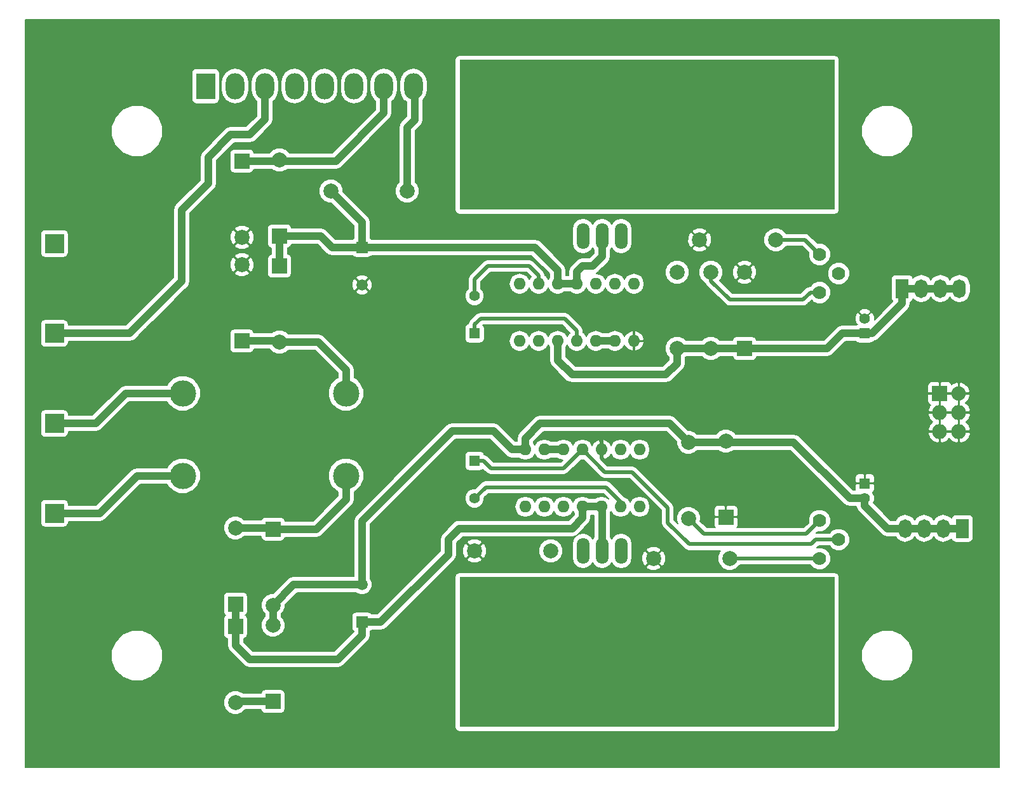
<source format=gbl>
G04 #@! TF.FileFunction,Copper,L2,Bot,Signal*
%FSLAX46Y46*%
G04 Gerber Fmt 4.6, Leading zero omitted, Abs format (unit mm)*
G04 Created by KiCad (PCBNEW 4.0.2-stable) date 2016-11-14 9:45:42 PM*
%MOMM*%
G01*
G04 APERTURE LIST*
%ADD10C,0.200000*%
%ADD11R,1.500000X1.500000*%
%ADD12C,1.500000*%
%ADD13R,1.400000X1.400000*%
%ADD14C,1.400000*%
%ADD15O,2.500000X3.500000*%
%ADD16R,2.500000X3.500000*%
%ADD17R,1.727200X2.500000*%
%ADD18O,1.727200X2.500000*%
%ADD19R,2.000000X2.000000*%
%ADD20O,1.900000X1.900000*%
%ADD21O,2.000000X2.000000*%
%ADD22C,1.998980*%
%ADD23O,1.600000X1.600000*%
%ADD24C,1.778000*%
%ADD25R,1.998980X1.998980*%
%ADD26O,1.699260X3.500120*%
%ADD27C,4.000000*%
%ADD28R,50.000000X20.000000*%
%ADD29C,1.524000*%
%ADD30C,3.500120*%
%ADD31R,2.500000X2.500000*%
%ADD32C,1.000000*%
%ADD33C,0.500000*%
%ADD34C,0.203200*%
G04 APERTURE END LIST*
D10*
D11*
X108000000Y-68500000D03*
D12*
X108000000Y-73500000D03*
D11*
X108000000Y-118500000D03*
D12*
X108000000Y-113500000D03*
D13*
X123000000Y-80000000D03*
D14*
X123000000Y-75000000D03*
D13*
X123000000Y-97000000D03*
D14*
X123000000Y-102000000D03*
D13*
X175000000Y-80000000D03*
D14*
X175000000Y-78000000D03*
D13*
X175000000Y-100000000D03*
D14*
X175000000Y-102000000D03*
D15*
X91100000Y-47000000D03*
D16*
X87140000Y-47000000D03*
D15*
X95060000Y-47000000D03*
X99020000Y-47000000D03*
X102980000Y-47000000D03*
X106940000Y-47000000D03*
X110900000Y-47000000D03*
X114860000Y-47000000D03*
D17*
X180000000Y-74000000D03*
D18*
X182540000Y-74000000D03*
X185080000Y-74000000D03*
X187620000Y-74000000D03*
D19*
X185000000Y-88000000D03*
D20*
X187540000Y-88000000D03*
D21*
X185000000Y-90540000D03*
X187540000Y-90540000D03*
X185000000Y-93080000D03*
X187540000Y-93080000D03*
D17*
X188000000Y-106000000D03*
D18*
X185460000Y-106000000D03*
X182920000Y-106000000D03*
X180380000Y-106000000D03*
D22*
X150000000Y-82000000D03*
X150000000Y-71840000D03*
X154500000Y-71840000D03*
X154500000Y-82000000D03*
X153000000Y-67500000D03*
X163160000Y-67500000D03*
X123000000Y-109000000D03*
X133160000Y-109000000D03*
X157000000Y-110000000D03*
X146840000Y-110000000D03*
X151500000Y-94500000D03*
X151500000Y-104660000D03*
X114000000Y-61000000D03*
X103840000Y-61000000D03*
D23*
X129000000Y-81000000D03*
X131540000Y-81000000D03*
X134080000Y-81000000D03*
X136620000Y-81000000D03*
X139160000Y-81000000D03*
X141700000Y-81000000D03*
X144240000Y-81000000D03*
X144240000Y-73380000D03*
X141700000Y-73380000D03*
X139160000Y-73380000D03*
X136620000Y-73380000D03*
X134080000Y-73380000D03*
X131540000Y-73380000D03*
X129000000Y-73380000D03*
X145000000Y-95500000D03*
X142460000Y-95500000D03*
X139920000Y-95500000D03*
X137380000Y-95500000D03*
X134840000Y-95500000D03*
X132300000Y-95500000D03*
X129760000Y-95500000D03*
X129760000Y-103120000D03*
X132300000Y-103120000D03*
X134840000Y-103120000D03*
X137380000Y-103120000D03*
X139920000Y-103120000D03*
X142460000Y-103120000D03*
X145000000Y-103120000D03*
D24*
X169000000Y-69460000D03*
X171540000Y-72000000D03*
X169000000Y-74540000D03*
X169000000Y-104960000D03*
X171540000Y-107500000D03*
X169000000Y-110040000D03*
D22*
X96997460Y-56840000D03*
D25*
X96997460Y-67000000D03*
D22*
X97002540Y-81160000D03*
D25*
X97002540Y-71000000D03*
D22*
X92002540Y-67160000D03*
D25*
X92002540Y-57000000D03*
D22*
X91997460Y-70840000D03*
D25*
X91997460Y-81000000D03*
D22*
X96131560Y-118932560D03*
D25*
X96131560Y-129092560D03*
D22*
X96136640Y-116252560D03*
D25*
X96136640Y-106092560D03*
D22*
X91136640Y-129252560D03*
D25*
X91136640Y-119092560D03*
D22*
X91131560Y-105932560D03*
D25*
X91131560Y-116092560D03*
D22*
X158997460Y-71840000D03*
D25*
X158997460Y-82000000D03*
D22*
X156497460Y-94340000D03*
D25*
X156497460Y-104500000D03*
D26*
X140000000Y-67000000D03*
X137460000Y-67000000D03*
X142540000Y-67000000D03*
D27*
X140000000Y-50236000D03*
D28*
X146000000Y-53500000D03*
D29*
X123000000Y-45000000D03*
X126000000Y-45000000D03*
X129000000Y-45000000D03*
X132000000Y-45000000D03*
X135000000Y-45000000D03*
X132000000Y-48000000D03*
X129000000Y-48000000D03*
X126000000Y-48000000D03*
X123000000Y-48000000D03*
X123000000Y-51000000D03*
X123000000Y-54000000D03*
X123000000Y-57000000D03*
X123000000Y-60000000D03*
X126000000Y-60000000D03*
X126000000Y-57000000D03*
X126000000Y-54000000D03*
X126000000Y-51000000D03*
X129000000Y-51000000D03*
X132000000Y-51000000D03*
X132000000Y-54000000D03*
X129000000Y-54000000D03*
X129000000Y-57000000D03*
X132000000Y-57000000D03*
X129000000Y-60000000D03*
X132000000Y-60000000D03*
X148000000Y-45000000D03*
X151000000Y-45000000D03*
X151000000Y-48000000D03*
X148000000Y-48000000D03*
X148000000Y-51000000D03*
X151000000Y-51000000D03*
X154000000Y-51000000D03*
X154000000Y-48000000D03*
X157000000Y-48000000D03*
X154000000Y-45000000D03*
X157000000Y-45000000D03*
X157000000Y-51000000D03*
X157000000Y-54000000D03*
X154000000Y-54000000D03*
X148000000Y-60000000D03*
X151000000Y-60000000D03*
X148000000Y-57000000D03*
X148000000Y-54000000D03*
X151000000Y-54000000D03*
X151000000Y-57000000D03*
X154000000Y-57000000D03*
X157000000Y-57000000D03*
X154000000Y-60000000D03*
X157000000Y-60000000D03*
X145000000Y-45000000D03*
D26*
X140000000Y-109000000D03*
X142540000Y-109000000D03*
X137460000Y-109000000D03*
D27*
X140000000Y-125764000D03*
D28*
X146000000Y-122500000D03*
D29*
X157000000Y-131000000D03*
X154000000Y-131000000D03*
X151000000Y-131000000D03*
X148000000Y-131000000D03*
X145000000Y-131000000D03*
X148000000Y-128000000D03*
X151000000Y-128000000D03*
X154000000Y-128000000D03*
X157000000Y-128000000D03*
X157000000Y-125000000D03*
X157000000Y-122000000D03*
X157000000Y-119000000D03*
X157000000Y-116000000D03*
X154000000Y-116000000D03*
X154000000Y-119000000D03*
X154000000Y-122000000D03*
X154000000Y-125000000D03*
X151000000Y-125000000D03*
X148000000Y-125000000D03*
X148000000Y-122000000D03*
X151000000Y-122000000D03*
X151000000Y-119000000D03*
X148000000Y-119000000D03*
X151000000Y-116000000D03*
X148000000Y-116000000D03*
X132000000Y-131000000D03*
X129000000Y-131000000D03*
X129000000Y-128000000D03*
X132000000Y-128000000D03*
X132000000Y-125000000D03*
X129000000Y-125000000D03*
X126000000Y-125000000D03*
X126000000Y-128000000D03*
X123000000Y-128000000D03*
X126000000Y-131000000D03*
X123000000Y-131000000D03*
X123000000Y-125000000D03*
X123000000Y-122000000D03*
X126000000Y-122000000D03*
X132000000Y-116000000D03*
X129000000Y-116000000D03*
X132000000Y-119000000D03*
X132000000Y-122000000D03*
X129000000Y-122000000D03*
X129000000Y-119000000D03*
X126000000Y-119000000D03*
X123000000Y-119000000D03*
X126000000Y-116000000D03*
X123000000Y-116000000D03*
X135000000Y-131000000D03*
D30*
X105883900Y-99000000D03*
X84116100Y-99000000D03*
X105883900Y-88000000D03*
X84116100Y-88000000D03*
D31*
X67000000Y-80000000D03*
X67000000Y-92000000D03*
X67000000Y-104000000D03*
X67000000Y-68000000D03*
D32*
X108000000Y-68500000D02*
X104000000Y-68500000D01*
X104000000Y-68500000D02*
X102500000Y-67000000D01*
X102500000Y-67000000D02*
X96997460Y-67000000D01*
X131000000Y-68500000D02*
X134080000Y-71580000D01*
X134080000Y-71580000D02*
X134080000Y-73380000D01*
X108000000Y-68500000D02*
X131000000Y-68500000D01*
X136620000Y-73380000D02*
X134080000Y-73380000D01*
X137400000Y-71000000D02*
X136620000Y-71780000D01*
X136620000Y-71780000D02*
X136620000Y-73380000D01*
X138750060Y-71000000D02*
X137400000Y-71000000D01*
X140000000Y-67000000D02*
X140000000Y-69750060D01*
X140000000Y-69750060D02*
X138750060Y-71000000D01*
X108000000Y-68500000D02*
X108000000Y-65160000D01*
X108000000Y-65160000D02*
X103840000Y-61000000D01*
X97002540Y-71000000D02*
X97002540Y-67005080D01*
X97002540Y-67005080D02*
X96997460Y-67000000D01*
D33*
X139920000Y-95500000D02*
X139920000Y-94368630D01*
X139920000Y-94368630D02*
X139750000Y-94198630D01*
X140288630Y-97000000D02*
X140750000Y-97000000D01*
X139920000Y-95500000D02*
X139920000Y-96631370D01*
X139920000Y-96631370D02*
X140288630Y-97000000D01*
D32*
X108000000Y-118500000D02*
X110500000Y-118500000D01*
X121000000Y-106000000D02*
X136000000Y-106000000D01*
X110500000Y-118500000D02*
X119500000Y-109500000D01*
X119500000Y-109500000D02*
X119500000Y-107500000D01*
X137380000Y-104620000D02*
X137380000Y-103120000D01*
X119500000Y-107500000D02*
X121000000Y-106000000D01*
X136000000Y-106000000D02*
X137380000Y-104620000D01*
X137380000Y-103120000D02*
X139920000Y-103120000D01*
X140000000Y-109000000D02*
X140000000Y-103200000D01*
X140000000Y-103200000D02*
X139920000Y-103120000D01*
X93000000Y-123500000D02*
X91136640Y-121636640D01*
X91136640Y-121636640D02*
X91136640Y-119092560D01*
X104750000Y-123500000D02*
X93000000Y-123500000D01*
X108000000Y-118500000D02*
X108000000Y-120250000D01*
X108000000Y-120250000D02*
X104750000Y-123500000D01*
X91131560Y-116092560D02*
X91131560Y-119087480D01*
X91131560Y-119087480D02*
X91136640Y-119092560D01*
X156497460Y-94340000D02*
X156657460Y-94500000D01*
X156657460Y-94500000D02*
X165500000Y-94500000D01*
X165500000Y-94500000D02*
X173000000Y-102000000D01*
X173000000Y-102000000D02*
X175000000Y-102000000D01*
X129760000Y-95500000D02*
X129760000Y-93990000D01*
X129760000Y-93990000D02*
X131750000Y-92000000D01*
X131750000Y-92000000D02*
X149000000Y-92000000D01*
X149000000Y-92000000D02*
X151500000Y-94500000D01*
X178010051Y-106000000D02*
X180380000Y-106000000D01*
X175000000Y-102000000D02*
X175000000Y-102989949D01*
X175000000Y-102989949D02*
X178010051Y-106000000D01*
X182920000Y-106000000D02*
X180380000Y-106000000D01*
X185460000Y-106000000D02*
X182920000Y-106000000D01*
X188000000Y-106000000D02*
X185460000Y-106000000D01*
X151500000Y-94500000D02*
X156337460Y-94500000D01*
X156337460Y-94500000D02*
X156497460Y-94340000D01*
X129760000Y-95500000D02*
X128000000Y-95500000D01*
X128000000Y-95500000D02*
X125500000Y-93000000D01*
X125500000Y-93000000D02*
X120000000Y-93000000D01*
X120000000Y-93000000D02*
X108000000Y-105000000D01*
X108000000Y-105000000D02*
X108000000Y-113500000D01*
X96136640Y-116252560D02*
X98889200Y-113500000D01*
X98889200Y-113500000D02*
X108000000Y-113500000D01*
X96136640Y-116252560D02*
X96136640Y-118927480D01*
X96136640Y-118927480D02*
X96131560Y-118932560D01*
D33*
X135000000Y-78000000D02*
X136620000Y-79620000D01*
X136620000Y-79620000D02*
X136620000Y-81000000D01*
X123800000Y-78000000D02*
X135000000Y-78000000D01*
X123000000Y-80000000D02*
X123000000Y-78800000D01*
X123000000Y-78800000D02*
X123800000Y-78000000D01*
X124750000Y-71000000D02*
X123000000Y-72750000D01*
X123000000Y-72750000D02*
X123000000Y-75000000D01*
X130291370Y-71000000D02*
X124750000Y-71000000D01*
X131540000Y-73380000D02*
X131540000Y-72248630D01*
X131540000Y-72248630D02*
X130291370Y-71000000D01*
X137380000Y-95500000D02*
X140380000Y-98500000D01*
X148750000Y-103250000D02*
X148750000Y-105250000D01*
X140380000Y-98500000D02*
X144000000Y-98500000D01*
X144000000Y-98500000D02*
X148750000Y-103250000D01*
X167888999Y-108111001D02*
X168500000Y-107500000D01*
X168500000Y-107500000D02*
X171540000Y-107500000D01*
X148750000Y-105250000D02*
X151611001Y-108111001D01*
X151611001Y-108111001D02*
X167888999Y-108111001D01*
X125200000Y-98000000D02*
X134880000Y-98000000D01*
X134880000Y-98000000D02*
X137380000Y-95500000D01*
X123000000Y-97000000D02*
X124200000Y-97000000D01*
X124200000Y-97000000D02*
X125200000Y-98000000D01*
X123000000Y-102000000D02*
X124500000Y-100500000D01*
X124500000Y-100500000D02*
X140500000Y-100500000D01*
X140500000Y-100500000D02*
X142500000Y-102500000D01*
X142500000Y-102500000D02*
X142500000Y-103080000D01*
X142500000Y-103080000D02*
X142460000Y-103120000D01*
D32*
X134080000Y-81000000D02*
X134080000Y-83580000D01*
X134080000Y-83580000D02*
X136000000Y-85500000D01*
X136000000Y-85500000D02*
X148500000Y-85500000D01*
X148500000Y-85500000D02*
X150000000Y-84000000D01*
X150000000Y-84000000D02*
X150000000Y-82000000D01*
X185080000Y-74000000D02*
X187620000Y-74000000D01*
X182540000Y-74000000D02*
X185080000Y-74000000D01*
X180000000Y-74000000D02*
X182540000Y-74000000D01*
X176016000Y-80000000D02*
X175000000Y-80000000D01*
X180000000Y-74000000D02*
X180000000Y-76016000D01*
X180000000Y-76016000D02*
X176016000Y-80000000D01*
X170000000Y-82000000D02*
X172000000Y-80000000D01*
X172000000Y-80000000D02*
X173300000Y-80000000D01*
X173300000Y-80000000D02*
X175000000Y-80000000D01*
X158997460Y-82000000D02*
X170000000Y-82000000D01*
X154500000Y-82000000D02*
X158997460Y-82000000D01*
X150000000Y-82000000D02*
X154500000Y-82000000D01*
X96997460Y-56840000D02*
X97157460Y-57000000D01*
X97157460Y-57000000D02*
X104500000Y-57000000D01*
X104500000Y-57000000D02*
X110900000Y-50600000D01*
X110900000Y-50600000D02*
X110900000Y-47000000D01*
X92002540Y-57000000D02*
X96837460Y-57000000D01*
X96837460Y-57000000D02*
X96997460Y-56840000D01*
X97002540Y-81160000D02*
X102160000Y-81160000D01*
X102160000Y-81160000D02*
X105883900Y-84883900D01*
X105883900Y-84883900D02*
X105883900Y-88000000D01*
X97162540Y-81000000D02*
X97002540Y-81160000D01*
X91997460Y-81000000D02*
X96842540Y-81000000D01*
X96842540Y-81000000D02*
X97002540Y-81160000D01*
X96131560Y-129092560D02*
X91296640Y-129092560D01*
X91296640Y-129092560D02*
X91136640Y-129252560D01*
X101907440Y-106092560D02*
X105883900Y-102116100D01*
X105883900Y-102116100D02*
X105883900Y-99000000D01*
X96136640Y-106092560D02*
X101907440Y-106092560D01*
X91131560Y-105932560D02*
X95976640Y-105932560D01*
X95976640Y-105932560D02*
X96136640Y-106092560D01*
X76500000Y-88000000D02*
X72500000Y-92000000D01*
X72500000Y-92000000D02*
X67000000Y-92000000D01*
X84116100Y-88000000D02*
X76500000Y-88000000D01*
X78000000Y-99000000D02*
X73000000Y-104000000D01*
X73000000Y-104000000D02*
X67000000Y-104000000D01*
X84116100Y-99000000D02*
X78000000Y-99000000D01*
X67000000Y-80000000D02*
X77000000Y-80000000D01*
X77000000Y-80000000D02*
X84000000Y-73000000D01*
X84000000Y-73000000D02*
X84000000Y-63500000D01*
X84000000Y-63500000D02*
X87500000Y-60000000D01*
X87500000Y-60000000D02*
X87500000Y-56500000D01*
X95060000Y-51440000D02*
X95060000Y-47000000D01*
X87500000Y-56500000D02*
X90500000Y-53500000D01*
X90500000Y-53500000D02*
X93000000Y-53500000D01*
X93000000Y-53500000D02*
X95060000Y-51440000D01*
X114000000Y-61000000D02*
X114000000Y-52500000D01*
X114000000Y-52500000D02*
X115000000Y-51500000D01*
X115000000Y-51500000D02*
X115000000Y-47140000D01*
X115000000Y-47140000D02*
X114860000Y-47000000D01*
D33*
X169000000Y-74540000D02*
X167742765Y-74540000D01*
X166782765Y-75500000D02*
X157000000Y-75500000D01*
X167742765Y-74540000D02*
X166782765Y-75500000D01*
X157000000Y-75500000D02*
X154500000Y-73000000D01*
X154500000Y-73000000D02*
X154500000Y-71840000D01*
X163160000Y-67500000D02*
X167040000Y-67500000D01*
X167040000Y-67500000D02*
X169000000Y-69460000D01*
X169000000Y-110040000D02*
X168960000Y-110000000D01*
X168960000Y-110000000D02*
X163000000Y-110000000D01*
X163000000Y-110000000D02*
X157000000Y-110000000D01*
X169000000Y-104960000D02*
X167210000Y-106750000D01*
X167210000Y-106750000D02*
X153590000Y-106750000D01*
X153590000Y-106750000D02*
X151500000Y-104660000D01*
D32*
X139160000Y-81000000D02*
X141700000Y-81000000D01*
X134840000Y-95500000D02*
X132300000Y-95500000D01*
D34*
G36*
X192898400Y-137898400D02*
X63101600Y-137898400D01*
X63101600Y-129569639D01*
X89535273Y-129569639D01*
X89778511Y-130158320D01*
X90228511Y-130609106D01*
X90816766Y-130853371D01*
X91453719Y-130853927D01*
X92042400Y-130610689D01*
X92459657Y-130194160D01*
X94537897Y-130194160D01*
X94560633Y-130314990D01*
X94692390Y-130519746D01*
X94893428Y-130657110D01*
X95132070Y-130705436D01*
X97131050Y-130705436D01*
X97353990Y-130663487D01*
X97558746Y-130531730D01*
X97696110Y-130330692D01*
X97744436Y-130092050D01*
X97744436Y-128093070D01*
X97702487Y-127870130D01*
X97570730Y-127665374D01*
X97369692Y-127528010D01*
X97131050Y-127479684D01*
X95132070Y-127479684D01*
X94909130Y-127521633D01*
X94704374Y-127653390D01*
X94567010Y-127854428D01*
X94539362Y-127990960D01*
X92139549Y-127990960D01*
X92044769Y-127896014D01*
X91456514Y-127651749D01*
X90819561Y-127651193D01*
X90230880Y-127894431D01*
X89780094Y-128344431D01*
X89535829Y-128932686D01*
X89535273Y-129569639D01*
X63101600Y-129569639D01*
X63101600Y-123673652D01*
X74597811Y-123673652D01*
X75114583Y-124924334D01*
X76070633Y-125882054D01*
X77320412Y-126401008D01*
X78673652Y-126402189D01*
X79924334Y-125885417D01*
X80882054Y-124929367D01*
X81401008Y-123679588D01*
X81402189Y-122326348D01*
X80885417Y-121075666D01*
X79929367Y-120117946D01*
X78679588Y-119598992D01*
X77326348Y-119597811D01*
X76075666Y-120114583D01*
X75117946Y-121070633D01*
X74598992Y-122320412D01*
X74597811Y-123673652D01*
X63101600Y-123673652D01*
X63101600Y-115093070D01*
X89518684Y-115093070D01*
X89518684Y-117092050D01*
X89560633Y-117314990D01*
X89692390Y-117519746D01*
X89801396Y-117594227D01*
X89709454Y-117653390D01*
X89572090Y-117854428D01*
X89523764Y-118093070D01*
X89523764Y-120092050D01*
X89565713Y-120314990D01*
X89697470Y-120519746D01*
X89898508Y-120657110D01*
X90035040Y-120684758D01*
X90035040Y-121636640D01*
X90118894Y-122058204D01*
X90357691Y-122415589D01*
X92221051Y-124278949D01*
X92578436Y-124517746D01*
X93000000Y-124601600D01*
X104750000Y-124601600D01*
X105171564Y-124517746D01*
X105528949Y-124278949D01*
X108778949Y-121028949D01*
X109017746Y-120671564D01*
X109101600Y-120250000D01*
X109101600Y-119738646D01*
X109177696Y-119689680D01*
X109237879Y-119601600D01*
X110500000Y-119601600D01*
X110921564Y-119517746D01*
X111278949Y-119278949D01*
X118057898Y-112500000D01*
X120386614Y-112500000D01*
X120386614Y-132500000D01*
X120428563Y-132722940D01*
X120560320Y-132927696D01*
X120761358Y-133065060D01*
X121000000Y-133113386D01*
X171000000Y-133113386D01*
X171222940Y-133071437D01*
X171427696Y-132939680D01*
X171565060Y-132738642D01*
X171613386Y-132500000D01*
X171613386Y-123673652D01*
X174597811Y-123673652D01*
X175114583Y-124924334D01*
X176070633Y-125882054D01*
X177320412Y-126401008D01*
X178673652Y-126402189D01*
X179924334Y-125885417D01*
X180882054Y-124929367D01*
X181401008Y-123679588D01*
X181402189Y-122326348D01*
X180885417Y-121075666D01*
X179929367Y-120117946D01*
X178679588Y-119598992D01*
X177326348Y-119597811D01*
X176075666Y-120114583D01*
X175117946Y-121070633D01*
X174598992Y-122320412D01*
X174597811Y-123673652D01*
X171613386Y-123673652D01*
X171613386Y-112500000D01*
X171571437Y-112277060D01*
X171439680Y-112072304D01*
X171238642Y-111934940D01*
X171000000Y-111886614D01*
X121000000Y-111886614D01*
X120777060Y-111928563D01*
X120572304Y-112060320D01*
X120434940Y-112261358D01*
X120386614Y-112500000D01*
X118057898Y-112500000D01*
X120278949Y-110278949D01*
X120409692Y-110083278D01*
X121988564Y-110083278D01*
X122082028Y-110349905D01*
X122668491Y-110598442D01*
X123305423Y-110603631D01*
X123895857Y-110364681D01*
X123917972Y-110349905D01*
X124011436Y-110083278D01*
X123000000Y-109071842D01*
X121988564Y-110083278D01*
X120409692Y-110083278D01*
X120517746Y-109921564D01*
X120601600Y-109500000D01*
X120601600Y-109305423D01*
X121396369Y-109305423D01*
X121635319Y-109895857D01*
X121650095Y-109917972D01*
X121916722Y-110011436D01*
X122928158Y-109000000D01*
X123071842Y-109000000D01*
X124083278Y-110011436D01*
X124349905Y-109917972D01*
X124598442Y-109331509D01*
X124598559Y-109317079D01*
X131558633Y-109317079D01*
X131801871Y-109905760D01*
X132251871Y-110356546D01*
X132840126Y-110600811D01*
X133477079Y-110601367D01*
X134065760Y-110358129D01*
X134516546Y-109908129D01*
X134760811Y-109319874D01*
X134761367Y-108682921D01*
X134518129Y-108094240D01*
X134068129Y-107643454D01*
X133479874Y-107399189D01*
X132842921Y-107398633D01*
X132254240Y-107641871D01*
X131803454Y-108091871D01*
X131559189Y-108680126D01*
X131558633Y-109317079D01*
X124598559Y-109317079D01*
X124603631Y-108694577D01*
X124364681Y-108104143D01*
X124349905Y-108082028D01*
X124083278Y-107988564D01*
X123071842Y-109000000D01*
X122928158Y-109000000D01*
X121916722Y-107988564D01*
X121650095Y-108082028D01*
X121401558Y-108668491D01*
X121396369Y-109305423D01*
X120601600Y-109305423D01*
X120601600Y-107956298D01*
X120641176Y-107916722D01*
X121988564Y-107916722D01*
X123000000Y-108928158D01*
X124011436Y-107916722D01*
X123917972Y-107650095D01*
X123331509Y-107401558D01*
X122694577Y-107396369D01*
X122104143Y-107635319D01*
X122082028Y-107650095D01*
X121988564Y-107916722D01*
X120641176Y-107916722D01*
X121456298Y-107101600D01*
X136000000Y-107101600D01*
X136421564Y-107017746D01*
X136778949Y-106778949D01*
X138158949Y-105398949D01*
X138397746Y-105041564D01*
X138481600Y-104620000D01*
X138481600Y-104221600D01*
X138898400Y-104221600D01*
X138898400Y-107140205D01*
X138730000Y-107392233D01*
X138486175Y-107027323D01*
X138015362Y-106712736D01*
X137460000Y-106602268D01*
X136904638Y-106712736D01*
X136433825Y-107027323D01*
X136119238Y-107498136D01*
X136008770Y-108053498D01*
X136008770Y-109946502D01*
X136119238Y-110501864D01*
X136433825Y-110972677D01*
X136904638Y-111287264D01*
X137460000Y-111397732D01*
X138015362Y-111287264D01*
X138486175Y-110972677D01*
X138730000Y-110607767D01*
X138973825Y-110972677D01*
X139444638Y-111287264D01*
X140000000Y-111397732D01*
X140555362Y-111287264D01*
X141026175Y-110972677D01*
X141270000Y-110607767D01*
X141513825Y-110972677D01*
X141984638Y-111287264D01*
X142540000Y-111397732D01*
X143095362Y-111287264D01*
X143400648Y-111083278D01*
X145828564Y-111083278D01*
X145922028Y-111349905D01*
X146508491Y-111598442D01*
X147145423Y-111603631D01*
X147735857Y-111364681D01*
X147757972Y-111349905D01*
X147851436Y-111083278D01*
X146840000Y-110071842D01*
X145828564Y-111083278D01*
X143400648Y-111083278D01*
X143566175Y-110972677D01*
X143880762Y-110501864D01*
X143919836Y-110305423D01*
X145236369Y-110305423D01*
X145475319Y-110895857D01*
X145490095Y-110917972D01*
X145756722Y-111011436D01*
X146768158Y-110000000D01*
X146911842Y-110000000D01*
X147923278Y-111011436D01*
X148189905Y-110917972D01*
X148438442Y-110331509D01*
X148443631Y-109694577D01*
X148204681Y-109104143D01*
X148189905Y-109082028D01*
X147923278Y-108988564D01*
X146911842Y-110000000D01*
X146768158Y-110000000D01*
X145756722Y-108988564D01*
X145490095Y-109082028D01*
X145241558Y-109668491D01*
X145236369Y-110305423D01*
X143919836Y-110305423D01*
X143991230Y-109946502D01*
X143991230Y-108916722D01*
X145828564Y-108916722D01*
X146840000Y-109928158D01*
X147851436Y-108916722D01*
X147757972Y-108650095D01*
X147171509Y-108401558D01*
X146534577Y-108396369D01*
X145944143Y-108635319D01*
X145922028Y-108650095D01*
X145828564Y-108916722D01*
X143991230Y-108916722D01*
X143991230Y-108053498D01*
X143880762Y-107498136D01*
X143566175Y-107027323D01*
X143095362Y-106712736D01*
X142540000Y-106602268D01*
X141984638Y-106712736D01*
X141513825Y-107027323D01*
X141270000Y-107392233D01*
X141101600Y-107140205D01*
X141101600Y-103853408D01*
X141190000Y-103721108D01*
X141468919Y-104138540D01*
X141923631Y-104442369D01*
X142460000Y-104549059D01*
X142996369Y-104442369D01*
X143451081Y-104138540D01*
X143730000Y-103721108D01*
X144008919Y-104138540D01*
X144463631Y-104442369D01*
X145000000Y-104549059D01*
X145536369Y-104442369D01*
X145991081Y-104138540D01*
X146294910Y-103683828D01*
X146401600Y-103147459D01*
X146401600Y-103092541D01*
X146294910Y-102556172D01*
X145991081Y-102101460D01*
X145536369Y-101797631D01*
X145000000Y-101690941D01*
X144463631Y-101797631D01*
X144008919Y-102101460D01*
X143730000Y-102518892D01*
X143451081Y-102101460D01*
X143013264Y-101808920D01*
X141102172Y-99897828D01*
X140825893Y-99713224D01*
X140500000Y-99648400D01*
X124500000Y-99648400D01*
X124174106Y-99713224D01*
X123897828Y-99897828D01*
X123097172Y-100698484D01*
X122742232Y-100698174D01*
X122263666Y-100895914D01*
X121897201Y-101261740D01*
X121698626Y-101739960D01*
X121698174Y-102257768D01*
X121895914Y-102736334D01*
X122261740Y-103102799D01*
X122739960Y-103301374D01*
X123257768Y-103301826D01*
X123736334Y-103104086D01*
X124102799Y-102738260D01*
X124301374Y-102260040D01*
X124301686Y-101902658D01*
X124852744Y-101351600D01*
X140147256Y-101351600D01*
X140868995Y-102073339D01*
X140456369Y-101797631D01*
X139920000Y-101690941D01*
X139383631Y-101797631D01*
X139053227Y-102018400D01*
X138246773Y-102018400D01*
X137916369Y-101797631D01*
X137380000Y-101690941D01*
X136843631Y-101797631D01*
X136388919Y-102101460D01*
X136110000Y-102518892D01*
X135831081Y-102101460D01*
X135376369Y-101797631D01*
X134840000Y-101690941D01*
X134303631Y-101797631D01*
X133848919Y-102101460D01*
X133570000Y-102518892D01*
X133291081Y-102101460D01*
X132836369Y-101797631D01*
X132300000Y-101690941D01*
X131763631Y-101797631D01*
X131308919Y-102101460D01*
X131030000Y-102518892D01*
X130751081Y-102101460D01*
X130296369Y-101797631D01*
X129760000Y-101690941D01*
X129223631Y-101797631D01*
X128768919Y-102101460D01*
X128465090Y-102556172D01*
X128358400Y-103092541D01*
X128358400Y-103147459D01*
X128465090Y-103683828D01*
X128768919Y-104138540D01*
X129223631Y-104442369D01*
X129760000Y-104549059D01*
X130296369Y-104442369D01*
X130751081Y-104138540D01*
X131030000Y-103721108D01*
X131308919Y-104138540D01*
X131763631Y-104442369D01*
X132300000Y-104549059D01*
X132836369Y-104442369D01*
X133291081Y-104138540D01*
X133570000Y-103721108D01*
X133848919Y-104138540D01*
X134303631Y-104442369D01*
X134840000Y-104549059D01*
X135376369Y-104442369D01*
X135831081Y-104138540D01*
X136110000Y-103721108D01*
X136278400Y-103973137D01*
X136278400Y-104163702D01*
X135543702Y-104898400D01*
X121000000Y-104898400D01*
X120578435Y-104982254D01*
X120221051Y-105221051D01*
X118721051Y-106721051D01*
X118482254Y-107078436D01*
X118398400Y-107500000D01*
X118398400Y-109043702D01*
X110043702Y-117398400D01*
X109238646Y-117398400D01*
X109189680Y-117322304D01*
X108988642Y-117184940D01*
X108750000Y-117136614D01*
X107250000Y-117136614D01*
X107027060Y-117178563D01*
X106822304Y-117310320D01*
X106684940Y-117511358D01*
X106636614Y-117750000D01*
X106636614Y-119250000D01*
X106678563Y-119472940D01*
X106810320Y-119677696D01*
X106898400Y-119737879D01*
X106898400Y-119793702D01*
X104293702Y-122398400D01*
X93456298Y-122398400D01*
X92238240Y-121180342D01*
X92238240Y-120686223D01*
X92359070Y-120663487D01*
X92563826Y-120531730D01*
X92701190Y-120330692D01*
X92749516Y-120092050D01*
X92749516Y-119249639D01*
X94530193Y-119249639D01*
X94773431Y-119838320D01*
X95223431Y-120289106D01*
X95811686Y-120533371D01*
X96448639Y-120533927D01*
X97037320Y-120290689D01*
X97488106Y-119840689D01*
X97732371Y-119252434D01*
X97732927Y-118615481D01*
X97489689Y-118026800D01*
X97238240Y-117774912D01*
X97238240Y-117415190D01*
X97493186Y-117160689D01*
X97737451Y-116572434D01*
X97737768Y-116209330D01*
X99345498Y-114601600D01*
X107189895Y-114601600D01*
X107233381Y-114645162D01*
X107729971Y-114851364D01*
X108267670Y-114851834D01*
X108764619Y-114646499D01*
X109145162Y-114266619D01*
X109351364Y-113770029D01*
X109351834Y-113232330D01*
X109146499Y-112735381D01*
X109101600Y-112690404D01*
X109101600Y-105456298D01*
X120456298Y-94101600D01*
X125043702Y-94101600D01*
X127221051Y-96278949D01*
X127578436Y-96517746D01*
X128000000Y-96601600D01*
X128893227Y-96601600D01*
X129223631Y-96822369D01*
X129760000Y-96929059D01*
X130296369Y-96822369D01*
X130751081Y-96518540D01*
X131030000Y-96101108D01*
X131308919Y-96518540D01*
X131763631Y-96822369D01*
X132300000Y-96929059D01*
X132836369Y-96822369D01*
X133166773Y-96601600D01*
X133973227Y-96601600D01*
X134303631Y-96822369D01*
X134762094Y-96913562D01*
X134527256Y-97148400D01*
X125552744Y-97148400D01*
X124802172Y-96397828D01*
X124525893Y-96213224D01*
X124288160Y-96165936D01*
X124271437Y-96077060D01*
X124139680Y-95872304D01*
X123938642Y-95734940D01*
X123700000Y-95686614D01*
X122300000Y-95686614D01*
X122077060Y-95728563D01*
X121872304Y-95860320D01*
X121734940Y-96061358D01*
X121686614Y-96300000D01*
X121686614Y-97700000D01*
X121728563Y-97922940D01*
X121860320Y-98127696D01*
X122061358Y-98265060D01*
X122300000Y-98313386D01*
X123700000Y-98313386D01*
X123922940Y-98271437D01*
X124127696Y-98139680D01*
X124130797Y-98135141D01*
X124597828Y-98602172D01*
X124874107Y-98786776D01*
X125200000Y-98851600D01*
X134880000Y-98851600D01*
X135205893Y-98786776D01*
X135482172Y-98602172D01*
X137192567Y-96891777D01*
X137380000Y-96929059D01*
X137567433Y-96891777D01*
X139777828Y-99102172D01*
X140054107Y-99286776D01*
X140380000Y-99351600D01*
X143647256Y-99351600D01*
X147898400Y-103602744D01*
X147898400Y-105250000D01*
X147963224Y-105575893D01*
X148147828Y-105852172D01*
X151008829Y-108713173D01*
X151285107Y-108897777D01*
X151611001Y-108962601D01*
X155772950Y-108962601D01*
X155643454Y-109091871D01*
X155399189Y-109680126D01*
X155398633Y-110317079D01*
X155641871Y-110905760D01*
X156091871Y-111356546D01*
X156680126Y-111600811D01*
X157317079Y-111601367D01*
X157905760Y-111358129D01*
X158356546Y-110908129D01*
X158380019Y-110851600D01*
X167722515Y-110851600D01*
X167735594Y-110883254D01*
X168154540Y-111302933D01*
X168702200Y-111530341D01*
X169295198Y-111530859D01*
X169843254Y-111304406D01*
X170262933Y-110885460D01*
X170490341Y-110337800D01*
X170490859Y-109744802D01*
X170264406Y-109196746D01*
X169845460Y-108777067D01*
X169297800Y-108549659D01*
X168704802Y-108549141D01*
X168620278Y-108584066D01*
X168852744Y-108351600D01*
X170283925Y-108351600D01*
X170694540Y-108762933D01*
X171242200Y-108990341D01*
X171835198Y-108990859D01*
X172383254Y-108764406D01*
X172802933Y-108345460D01*
X173030341Y-107797800D01*
X173030859Y-107204802D01*
X172804406Y-106656746D01*
X172385460Y-106237067D01*
X171837800Y-106009659D01*
X171244802Y-106009141D01*
X170696746Y-106235594D01*
X170283218Y-106648400D01*
X168515944Y-106648400D01*
X168713993Y-106450351D01*
X169295198Y-106450859D01*
X169843254Y-106224406D01*
X170262933Y-105805460D01*
X170490341Y-105257800D01*
X170490859Y-104664802D01*
X170264406Y-104116746D01*
X169845460Y-103697067D01*
X169297800Y-103469659D01*
X168704802Y-103469141D01*
X168156746Y-103695594D01*
X167737067Y-104114540D01*
X167509659Y-104662200D01*
X167509149Y-105246507D01*
X166857256Y-105898400D01*
X157948831Y-105898400D01*
X158006962Y-105840269D01*
X158098550Y-105619156D01*
X158098550Y-104701200D01*
X157948150Y-104550800D01*
X156548260Y-104550800D01*
X156548260Y-104570800D01*
X156446660Y-104570800D01*
X156446660Y-104550800D01*
X155046770Y-104550800D01*
X154896370Y-104701200D01*
X154896370Y-105619156D01*
X154987958Y-105840269D01*
X155046089Y-105898400D01*
X153942744Y-105898400D01*
X153078338Y-105033994D01*
X153100811Y-104979874D01*
X153101367Y-104342921D01*
X152858129Y-103754240D01*
X152485385Y-103380844D01*
X154896370Y-103380844D01*
X154896370Y-104298800D01*
X155046770Y-104449200D01*
X156446660Y-104449200D01*
X156446660Y-103049310D01*
X156548260Y-103049310D01*
X156548260Y-104449200D01*
X157948150Y-104449200D01*
X158098550Y-104298800D01*
X158098550Y-103380844D01*
X158006962Y-103159731D01*
X157837729Y-102990498D01*
X157616615Y-102898910D01*
X156698660Y-102898910D01*
X156548260Y-103049310D01*
X156446660Y-103049310D01*
X156296260Y-102898910D01*
X155378305Y-102898910D01*
X155157191Y-102990498D01*
X154987958Y-103159731D01*
X154896370Y-103380844D01*
X152485385Y-103380844D01*
X152408129Y-103303454D01*
X151819874Y-103059189D01*
X151182921Y-103058633D01*
X150594240Y-103301871D01*
X150143454Y-103751871D01*
X149899189Y-104340126D01*
X149898633Y-104977079D01*
X150051578Y-105347234D01*
X149601600Y-104897256D01*
X149601600Y-103250000D01*
X149536776Y-102924107D01*
X149352172Y-102647828D01*
X144602172Y-97897828D01*
X144325893Y-97713224D01*
X144000000Y-97648400D01*
X140732744Y-97648400D01*
X139970802Y-96886458D01*
X139970802Y-96750169D01*
X140189289Y-96875487D01*
X140197586Y-96873841D01*
X140702202Y-96663036D01*
X141087735Y-96275169D01*
X141170936Y-96072577D01*
X141468919Y-96518540D01*
X141923631Y-96822369D01*
X142460000Y-96929059D01*
X142996369Y-96822369D01*
X143451081Y-96518540D01*
X143730000Y-96101108D01*
X144008919Y-96518540D01*
X144463631Y-96822369D01*
X145000000Y-96929059D01*
X145536369Y-96822369D01*
X145991081Y-96518540D01*
X146294910Y-96063828D01*
X146401600Y-95527459D01*
X146401600Y-95472541D01*
X146294910Y-94936172D01*
X145991081Y-94481460D01*
X145536369Y-94177631D01*
X145000000Y-94070941D01*
X144463631Y-94177631D01*
X144008919Y-94481460D01*
X143730000Y-94898892D01*
X143451081Y-94481460D01*
X142996369Y-94177631D01*
X142460000Y-94070941D01*
X141923631Y-94177631D01*
X141468919Y-94481460D01*
X141170936Y-94927423D01*
X141087735Y-94724831D01*
X140702202Y-94336964D01*
X140197586Y-94126159D01*
X140189289Y-94124513D01*
X139970800Y-94249832D01*
X139970800Y-95449200D01*
X139990800Y-95449200D01*
X139990800Y-95550800D01*
X139970800Y-95550800D01*
X139970800Y-95570800D01*
X139869200Y-95570800D01*
X139869200Y-95550800D01*
X139849200Y-95550800D01*
X139849200Y-95449200D01*
X139869200Y-95449200D01*
X139869200Y-94249832D01*
X139650711Y-94124513D01*
X139642414Y-94126159D01*
X139137798Y-94336964D01*
X138752265Y-94724831D01*
X138669064Y-94927423D01*
X138371081Y-94481460D01*
X137916369Y-94177631D01*
X137380000Y-94070941D01*
X136843631Y-94177631D01*
X136388919Y-94481460D01*
X136110000Y-94898892D01*
X135831081Y-94481460D01*
X135376369Y-94177631D01*
X134840000Y-94070941D01*
X134303631Y-94177631D01*
X133973227Y-94398400D01*
X133166773Y-94398400D01*
X132836369Y-94177631D01*
X132300000Y-94070941D01*
X131763631Y-94177631D01*
X131308919Y-94481460D01*
X131030000Y-94898892D01*
X130861600Y-94646863D01*
X130861600Y-94446298D01*
X132206298Y-93101600D01*
X148543702Y-93101600D01*
X149898947Y-94456845D01*
X149898633Y-94817079D01*
X150141871Y-95405760D01*
X150591871Y-95856546D01*
X151180126Y-96100811D01*
X151817079Y-96101367D01*
X152405760Y-95858129D01*
X152662737Y-95601600D01*
X155494551Y-95601600D01*
X155589331Y-95696546D01*
X156177586Y-95940811D01*
X156814539Y-95941367D01*
X157403220Y-95698129D01*
X157499918Y-95601600D01*
X165043702Y-95601600D01*
X172221051Y-102778949D01*
X172578436Y-103017746D01*
X173000000Y-103101600D01*
X173920609Y-103101600D01*
X173982254Y-103411513D01*
X174221051Y-103768898D01*
X177231102Y-106778949D01*
X177588487Y-107017746D01*
X178010051Y-107101600D01*
X179105322Y-107101600D01*
X179343947Y-107458728D01*
X179819292Y-107776343D01*
X180380000Y-107887875D01*
X180940708Y-107776343D01*
X181416053Y-107458728D01*
X181650000Y-107108601D01*
X181883947Y-107458728D01*
X182359292Y-107776343D01*
X182920000Y-107887875D01*
X183480708Y-107776343D01*
X183956053Y-107458728D01*
X184190000Y-107108601D01*
X184423947Y-107458728D01*
X184899292Y-107776343D01*
X185460000Y-107887875D01*
X186020708Y-107776343D01*
X186496053Y-107458728D01*
X186547735Y-107381380D01*
X186564963Y-107472940D01*
X186696720Y-107677696D01*
X186897758Y-107815060D01*
X187136400Y-107863386D01*
X188863600Y-107863386D01*
X189086540Y-107821437D01*
X189291296Y-107689680D01*
X189428660Y-107488642D01*
X189476986Y-107250000D01*
X189476986Y-104750000D01*
X189435037Y-104527060D01*
X189303280Y-104322304D01*
X189102242Y-104184940D01*
X188863600Y-104136614D01*
X187136400Y-104136614D01*
X186913460Y-104178563D01*
X186708704Y-104310320D01*
X186571340Y-104511358D01*
X186549181Y-104620784D01*
X186496053Y-104541272D01*
X186020708Y-104223657D01*
X185460000Y-104112125D01*
X184899292Y-104223657D01*
X184423947Y-104541272D01*
X184190000Y-104891399D01*
X183956053Y-104541272D01*
X183480708Y-104223657D01*
X182920000Y-104112125D01*
X182359292Y-104223657D01*
X181883947Y-104541272D01*
X181650000Y-104891399D01*
X181416053Y-104541272D01*
X180940708Y-104223657D01*
X180380000Y-104112125D01*
X179819292Y-104223657D01*
X179343947Y-104541272D01*
X179105322Y-104898400D01*
X178466349Y-104898400D01*
X176162480Y-102594531D01*
X176301374Y-102260040D01*
X176301826Y-101742232D01*
X176104086Y-101263666D01*
X176045657Y-101205134D01*
X176210012Y-101040779D01*
X176301600Y-100819666D01*
X176301600Y-100201200D01*
X176151200Y-100050800D01*
X175050800Y-100050800D01*
X175050800Y-100070800D01*
X174949200Y-100070800D01*
X174949200Y-100050800D01*
X173848800Y-100050800D01*
X173698400Y-100201200D01*
X173698400Y-100819666D01*
X173731013Y-100898400D01*
X173456298Y-100898400D01*
X171738232Y-99180334D01*
X173698400Y-99180334D01*
X173698400Y-99798800D01*
X173848800Y-99949200D01*
X174949200Y-99949200D01*
X174949200Y-98848800D01*
X175050800Y-98848800D01*
X175050800Y-99949200D01*
X176151200Y-99949200D01*
X176301600Y-99798800D01*
X176301600Y-99180334D01*
X176210012Y-98959221D01*
X176040779Y-98789988D01*
X175819665Y-98698400D01*
X175201200Y-98698400D01*
X175050800Y-98848800D01*
X174949200Y-98848800D01*
X174798800Y-98698400D01*
X174180335Y-98698400D01*
X173959221Y-98789988D01*
X173789988Y-98959221D01*
X173698400Y-99180334D01*
X171738232Y-99180334D01*
X166278949Y-93721051D01*
X165921564Y-93482254D01*
X165500000Y-93398400D01*
X157819811Y-93398400D01*
X157802037Y-93380594D01*
X183426861Y-93380594D01*
X183431572Y-93404303D01*
X183675067Y-93979828D01*
X184120271Y-94418362D01*
X184699405Y-94653143D01*
X184949200Y-94530398D01*
X184949200Y-93130800D01*
X185050800Y-93130800D01*
X185050800Y-94530398D01*
X185300595Y-94653143D01*
X185879729Y-94418362D01*
X186270000Y-94033938D01*
X186660271Y-94418362D01*
X187239405Y-94653143D01*
X187489200Y-94530398D01*
X187489200Y-93130800D01*
X187590800Y-93130800D01*
X187590800Y-94530398D01*
X187840595Y-94653143D01*
X188419729Y-94418362D01*
X188864933Y-93979828D01*
X189108428Y-93404303D01*
X189113139Y-93380594D01*
X188990311Y-93130800D01*
X187590800Y-93130800D01*
X187489200Y-93130800D01*
X185050800Y-93130800D01*
X184949200Y-93130800D01*
X183549689Y-93130800D01*
X183426861Y-93380594D01*
X157802037Y-93380594D01*
X157405589Y-92983454D01*
X156817334Y-92739189D01*
X156180381Y-92738633D01*
X155591700Y-92981871D01*
X155174443Y-93398400D01*
X152662630Y-93398400D01*
X152408129Y-93143454D01*
X151819874Y-92899189D01*
X151456770Y-92898872D01*
X149778949Y-91221051D01*
X149421564Y-90982254D01*
X149000000Y-90898400D01*
X131750000Y-90898400D01*
X131328436Y-90982254D01*
X130971051Y-91221051D01*
X128981051Y-93211051D01*
X128742254Y-93568436D01*
X128658400Y-93990000D01*
X128658400Y-94398400D01*
X128456298Y-94398400D01*
X126278949Y-92221051D01*
X125921564Y-91982254D01*
X125500000Y-91898400D01*
X120000000Y-91898400D01*
X119578436Y-91982254D01*
X119221051Y-92221051D01*
X107221051Y-104221051D01*
X106982254Y-104578436D01*
X106898400Y-105000000D01*
X106898400Y-112398400D01*
X98889200Y-112398400D01*
X98467636Y-112482254D01*
X98110251Y-112721051D01*
X96179795Y-114651507D01*
X95819561Y-114651193D01*
X95230880Y-114894431D01*
X94780094Y-115344431D01*
X94535829Y-115932686D01*
X94535273Y-116569639D01*
X94778511Y-117158320D01*
X95035040Y-117415297D01*
X95035040Y-117764858D01*
X94775014Y-118024431D01*
X94530749Y-118612686D01*
X94530193Y-119249639D01*
X92749516Y-119249639D01*
X92749516Y-118093070D01*
X92707567Y-117870130D01*
X92575810Y-117665374D01*
X92466804Y-117590893D01*
X92558746Y-117531730D01*
X92696110Y-117330692D01*
X92744436Y-117092050D01*
X92744436Y-115093070D01*
X92702487Y-114870130D01*
X92570730Y-114665374D01*
X92369692Y-114528010D01*
X92131050Y-114479684D01*
X90132070Y-114479684D01*
X89909130Y-114521633D01*
X89704374Y-114653390D01*
X89567010Y-114854428D01*
X89518684Y-115093070D01*
X63101600Y-115093070D01*
X63101600Y-106249639D01*
X89530193Y-106249639D01*
X89773431Y-106838320D01*
X90223431Y-107289106D01*
X90811686Y-107533371D01*
X91448639Y-107533927D01*
X92037320Y-107290689D01*
X92294297Y-107034160D01*
X94523764Y-107034160D01*
X94523764Y-107092050D01*
X94565713Y-107314990D01*
X94697470Y-107519746D01*
X94898508Y-107657110D01*
X95137150Y-107705436D01*
X97136130Y-107705436D01*
X97359070Y-107663487D01*
X97563826Y-107531730D01*
X97701190Y-107330692D01*
X97728838Y-107194160D01*
X101907440Y-107194160D01*
X102329004Y-107110306D01*
X102686389Y-106871509D01*
X106662849Y-102895049D01*
X106901646Y-102537664D01*
X106985500Y-102116100D01*
X106985500Y-101089328D01*
X107214268Y-100994803D01*
X107876378Y-100333848D01*
X108235151Y-99469826D01*
X108235968Y-98534278D01*
X107878703Y-97669632D01*
X107217748Y-97007522D01*
X106353726Y-96648749D01*
X105418178Y-96647932D01*
X104553532Y-97005197D01*
X103891422Y-97666152D01*
X103532649Y-98530174D01*
X103531832Y-99465722D01*
X103889097Y-100330368D01*
X104550052Y-100992478D01*
X104782300Y-101088916D01*
X104782300Y-101659802D01*
X101451142Y-104990960D01*
X97730303Y-104990960D01*
X97707567Y-104870130D01*
X97575810Y-104665374D01*
X97374772Y-104528010D01*
X97136130Y-104479684D01*
X95137150Y-104479684D01*
X94914210Y-104521633D01*
X94709454Y-104653390D01*
X94588125Y-104830960D01*
X92294190Y-104830960D01*
X92039689Y-104576014D01*
X91451434Y-104331749D01*
X90814481Y-104331193D01*
X90225800Y-104574431D01*
X89775014Y-105024431D01*
X89530749Y-105612686D01*
X89530193Y-106249639D01*
X63101600Y-106249639D01*
X63101600Y-102750000D01*
X65136614Y-102750000D01*
X65136614Y-105250000D01*
X65178563Y-105472940D01*
X65310320Y-105677696D01*
X65511358Y-105815060D01*
X65750000Y-105863386D01*
X68250000Y-105863386D01*
X68472940Y-105821437D01*
X68677696Y-105689680D01*
X68815060Y-105488642D01*
X68863386Y-105250000D01*
X68863386Y-105101600D01*
X73000000Y-105101600D01*
X73421564Y-105017746D01*
X73778949Y-104778949D01*
X78456298Y-100101600D01*
X82026772Y-100101600D01*
X82121297Y-100330368D01*
X82782252Y-100992478D01*
X83646274Y-101351251D01*
X84581822Y-101352068D01*
X85446468Y-100994803D01*
X86108578Y-100333848D01*
X86467351Y-99469826D01*
X86468168Y-98534278D01*
X86110903Y-97669632D01*
X85449948Y-97007522D01*
X84585926Y-96648749D01*
X83650378Y-96647932D01*
X82785732Y-97005197D01*
X82123622Y-97666152D01*
X82027184Y-97898400D01*
X78000000Y-97898400D01*
X77578436Y-97982254D01*
X77221051Y-98221051D01*
X72543702Y-102898400D01*
X68863386Y-102898400D01*
X68863386Y-102750000D01*
X68821437Y-102527060D01*
X68689680Y-102322304D01*
X68488642Y-102184940D01*
X68250000Y-102136614D01*
X65750000Y-102136614D01*
X65527060Y-102178563D01*
X65322304Y-102310320D01*
X65184940Y-102511358D01*
X65136614Y-102750000D01*
X63101600Y-102750000D01*
X63101600Y-90750000D01*
X65136614Y-90750000D01*
X65136614Y-93250000D01*
X65178563Y-93472940D01*
X65310320Y-93677696D01*
X65511358Y-93815060D01*
X65750000Y-93863386D01*
X68250000Y-93863386D01*
X68472940Y-93821437D01*
X68677696Y-93689680D01*
X68815060Y-93488642D01*
X68863386Y-93250000D01*
X68863386Y-93101600D01*
X72500000Y-93101600D01*
X72921564Y-93017746D01*
X73278949Y-92778949D01*
X75217304Y-90840594D01*
X183426861Y-90840594D01*
X183431572Y-90864303D01*
X183675067Y-91439828D01*
X184050869Y-91810000D01*
X183675067Y-92180172D01*
X183431572Y-92755697D01*
X183426861Y-92779406D01*
X183549689Y-93029200D01*
X184949200Y-93029200D01*
X184949200Y-90590800D01*
X185050800Y-90590800D01*
X185050800Y-93029200D01*
X187489200Y-93029200D01*
X187489200Y-90590800D01*
X187590800Y-90590800D01*
X187590800Y-93029200D01*
X188990311Y-93029200D01*
X189113139Y-92779406D01*
X189108428Y-92755697D01*
X188864933Y-92180172D01*
X188489131Y-91810000D01*
X188864933Y-91439828D01*
X189108428Y-90864303D01*
X189113139Y-90840594D01*
X188990311Y-90590800D01*
X187590800Y-90590800D01*
X187489200Y-90590800D01*
X185050800Y-90590800D01*
X184949200Y-90590800D01*
X183549689Y-90590800D01*
X183426861Y-90840594D01*
X75217304Y-90840594D01*
X76956298Y-89101600D01*
X82026772Y-89101600D01*
X82121297Y-89330368D01*
X82782252Y-89992478D01*
X83646274Y-90351251D01*
X84581822Y-90352068D01*
X85446468Y-89994803D01*
X86108578Y-89333848D01*
X86467351Y-88469826D01*
X86468168Y-87534278D01*
X86110903Y-86669632D01*
X85449948Y-86007522D01*
X84585926Y-85648749D01*
X83650378Y-85647932D01*
X82785732Y-86005197D01*
X82123622Y-86666152D01*
X82027184Y-86898400D01*
X76500000Y-86898400D01*
X76078435Y-86982254D01*
X75721051Y-87221051D01*
X72043702Y-90898400D01*
X68863386Y-90898400D01*
X68863386Y-90750000D01*
X68821437Y-90527060D01*
X68689680Y-90322304D01*
X68488642Y-90184940D01*
X68250000Y-90136614D01*
X65750000Y-90136614D01*
X65527060Y-90178563D01*
X65322304Y-90310320D01*
X65184940Y-90511358D01*
X65136614Y-90750000D01*
X63101600Y-90750000D01*
X63101600Y-78750000D01*
X65136614Y-78750000D01*
X65136614Y-81250000D01*
X65178563Y-81472940D01*
X65310320Y-81677696D01*
X65511358Y-81815060D01*
X65750000Y-81863386D01*
X68250000Y-81863386D01*
X68472940Y-81821437D01*
X68677696Y-81689680D01*
X68815060Y-81488642D01*
X68863386Y-81250000D01*
X68863386Y-81101600D01*
X77000000Y-81101600D01*
X77421564Y-81017746D01*
X77778949Y-80778949D01*
X78557388Y-80000510D01*
X90384584Y-80000510D01*
X90384584Y-81999490D01*
X90426533Y-82222430D01*
X90558290Y-82427186D01*
X90759328Y-82564550D01*
X90997970Y-82612876D01*
X92996950Y-82612876D01*
X93219890Y-82570927D01*
X93424646Y-82439170D01*
X93562010Y-82238132D01*
X93589658Y-82101600D01*
X95680189Y-82101600D01*
X96094411Y-82516546D01*
X96682666Y-82760811D01*
X97319619Y-82761367D01*
X97908300Y-82518129D01*
X98165277Y-82261600D01*
X101703702Y-82261600D01*
X104782300Y-85340198D01*
X104782300Y-85910672D01*
X104553532Y-86005197D01*
X103891422Y-86666152D01*
X103532649Y-87530174D01*
X103531832Y-88465722D01*
X103889097Y-89330368D01*
X104550052Y-89992478D01*
X105414074Y-90351251D01*
X106349622Y-90352068D01*
X107214268Y-89994803D01*
X107876378Y-89333848D01*
X108235151Y-88469826D01*
X108235385Y-88201200D01*
X183398400Y-88201200D01*
X183398400Y-89119665D01*
X183489988Y-89340779D01*
X183659221Y-89510012D01*
X183763399Y-89553164D01*
X183675067Y-89640172D01*
X183431572Y-90215697D01*
X183426861Y-90239406D01*
X183549689Y-90489200D01*
X184949200Y-90489200D01*
X184949200Y-88050800D01*
X185050800Y-88050800D01*
X185050800Y-90489200D01*
X187489200Y-90489200D01*
X187489200Y-88050800D01*
X187590800Y-88050800D01*
X187590800Y-90489200D01*
X188990311Y-90489200D01*
X189113139Y-90239406D01*
X189108428Y-90215697D01*
X188864933Y-89640172D01*
X188454348Y-89235738D01*
X188824461Y-88870423D01*
X189059784Y-88312624D01*
X189063729Y-88292768D01*
X188940279Y-88050800D01*
X187590800Y-88050800D01*
X187489200Y-88050800D01*
X185050800Y-88050800D01*
X184949200Y-88050800D01*
X183548800Y-88050800D01*
X183398400Y-88201200D01*
X108235385Y-88201200D01*
X108235968Y-87534278D01*
X107965764Y-86880335D01*
X183398400Y-86880335D01*
X183398400Y-87798800D01*
X183548800Y-87949200D01*
X184949200Y-87949200D01*
X184949200Y-86548800D01*
X185050800Y-86548800D01*
X185050800Y-87949200D01*
X187489200Y-87949200D01*
X187489200Y-86599628D01*
X187590800Y-86599628D01*
X187590800Y-87949200D01*
X188940279Y-87949200D01*
X189063729Y-87707232D01*
X189059784Y-87687376D01*
X188824461Y-87129577D01*
X188393591Y-86704292D01*
X187832769Y-86476267D01*
X187590800Y-86599628D01*
X187489200Y-86599628D01*
X187247231Y-86476267D01*
X186686409Y-86704292D01*
X186574453Y-86814797D01*
X186510012Y-86659221D01*
X186340779Y-86489988D01*
X186119666Y-86398400D01*
X185201200Y-86398400D01*
X185050800Y-86548800D01*
X184949200Y-86548800D01*
X184798800Y-86398400D01*
X183880334Y-86398400D01*
X183659221Y-86489988D01*
X183489988Y-86659221D01*
X183398400Y-86880335D01*
X107965764Y-86880335D01*
X107878703Y-86669632D01*
X107217748Y-86007522D01*
X106985500Y-85911084D01*
X106985500Y-84883900D01*
X106901646Y-84462336D01*
X106662849Y-84104951D01*
X102938949Y-80381051D01*
X102581564Y-80142254D01*
X102160000Y-80058400D01*
X98165170Y-80058400D01*
X97910669Y-79803454D01*
X97322414Y-79559189D01*
X96685461Y-79558633D01*
X96096780Y-79801871D01*
X96000082Y-79898400D01*
X93591123Y-79898400D01*
X93568387Y-79777570D01*
X93436630Y-79572814D01*
X93235592Y-79435450D01*
X92996950Y-79387124D01*
X90997970Y-79387124D01*
X90775030Y-79429073D01*
X90570274Y-79560830D01*
X90432910Y-79761868D01*
X90384584Y-80000510D01*
X78557388Y-80000510D01*
X79257898Y-79300000D01*
X121686614Y-79300000D01*
X121686614Y-80700000D01*
X121728563Y-80922940D01*
X121860320Y-81127696D01*
X122061358Y-81265060D01*
X122300000Y-81313386D01*
X123700000Y-81313386D01*
X123922940Y-81271437D01*
X124127696Y-81139680D01*
X124265060Y-80938642D01*
X124313386Y-80700000D01*
X124313386Y-79300000D01*
X124271437Y-79077060D01*
X124139680Y-78872304D01*
X124135141Y-78869203D01*
X124152744Y-78851600D01*
X134647256Y-78851600D01*
X135717757Y-79922101D01*
X135628919Y-79981460D01*
X135350000Y-80398892D01*
X135071081Y-79981460D01*
X134616369Y-79677631D01*
X134080000Y-79570941D01*
X133543631Y-79677631D01*
X133088919Y-79981460D01*
X132810000Y-80398892D01*
X132531081Y-79981460D01*
X132076369Y-79677631D01*
X131540000Y-79570941D01*
X131003631Y-79677631D01*
X130548919Y-79981460D01*
X130270000Y-80398892D01*
X129991081Y-79981460D01*
X129536369Y-79677631D01*
X129000000Y-79570941D01*
X128463631Y-79677631D01*
X128008919Y-79981460D01*
X127705090Y-80436172D01*
X127598400Y-80972541D01*
X127598400Y-81027459D01*
X127705090Y-81563828D01*
X128008919Y-82018540D01*
X128463631Y-82322369D01*
X129000000Y-82429059D01*
X129536369Y-82322369D01*
X129991081Y-82018540D01*
X130270000Y-81601108D01*
X130548919Y-82018540D01*
X131003631Y-82322369D01*
X131540000Y-82429059D01*
X132076369Y-82322369D01*
X132531081Y-82018540D01*
X132810000Y-81601108D01*
X132978400Y-81853137D01*
X132978400Y-83580000D01*
X133062254Y-84001564D01*
X133301051Y-84358949D01*
X135221051Y-86278949D01*
X135578436Y-86517746D01*
X136000000Y-86601600D01*
X148500000Y-86601600D01*
X148921564Y-86517746D01*
X149278949Y-86278949D01*
X150778949Y-84778949D01*
X151017746Y-84421565D01*
X151101600Y-84000000D01*
X151101600Y-83162630D01*
X151162737Y-83101600D01*
X153337370Y-83101600D01*
X153591871Y-83356546D01*
X154180126Y-83600811D01*
X154817079Y-83601367D01*
X155405760Y-83358129D01*
X155662737Y-83101600D01*
X157403797Y-83101600D01*
X157426533Y-83222430D01*
X157558290Y-83427186D01*
X157759328Y-83564550D01*
X157997970Y-83612876D01*
X159996950Y-83612876D01*
X160219890Y-83570927D01*
X160424646Y-83439170D01*
X160562010Y-83238132D01*
X160589658Y-83101600D01*
X170000000Y-83101600D01*
X170421564Y-83017746D01*
X170778949Y-82778949D01*
X172456298Y-81101600D01*
X173843528Y-81101600D01*
X173860320Y-81127696D01*
X174061358Y-81265060D01*
X174300000Y-81313386D01*
X175700000Y-81313386D01*
X175922940Y-81271437D01*
X176127696Y-81139680D01*
X176175376Y-81069898D01*
X176437564Y-81017746D01*
X176794949Y-80778949D01*
X180778949Y-76794949D01*
X181017746Y-76437564D01*
X181101600Y-76016000D01*
X181101600Y-75811746D01*
X181291296Y-75689680D01*
X181428660Y-75488642D01*
X181450819Y-75379216D01*
X181503947Y-75458728D01*
X181979292Y-75776343D01*
X182540000Y-75887875D01*
X183100708Y-75776343D01*
X183576053Y-75458728D01*
X183810000Y-75108601D01*
X184043947Y-75458728D01*
X184519292Y-75776343D01*
X185080000Y-75887875D01*
X185640708Y-75776343D01*
X186116053Y-75458728D01*
X186350000Y-75108601D01*
X186583947Y-75458728D01*
X187059292Y-75776343D01*
X187620000Y-75887875D01*
X188180708Y-75776343D01*
X188656053Y-75458728D01*
X188973668Y-74983383D01*
X189085200Y-74422675D01*
X189085200Y-73577325D01*
X188973668Y-73016617D01*
X188656053Y-72541272D01*
X188180708Y-72223657D01*
X187620000Y-72112125D01*
X187059292Y-72223657D01*
X186583947Y-72541272D01*
X186350000Y-72891399D01*
X186116053Y-72541272D01*
X185640708Y-72223657D01*
X185080000Y-72112125D01*
X184519292Y-72223657D01*
X184043947Y-72541272D01*
X183810000Y-72891399D01*
X183576053Y-72541272D01*
X183100708Y-72223657D01*
X182540000Y-72112125D01*
X181979292Y-72223657D01*
X181503947Y-72541272D01*
X181452265Y-72618620D01*
X181435037Y-72527060D01*
X181303280Y-72322304D01*
X181102242Y-72184940D01*
X180863600Y-72136614D01*
X179136400Y-72136614D01*
X178913460Y-72178563D01*
X178708704Y-72310320D01*
X178571340Y-72511358D01*
X178523014Y-72750000D01*
X178523014Y-75250000D01*
X178564963Y-75472940D01*
X178696720Y-75677696D01*
X178746436Y-75711666D01*
X176301447Y-78156655D01*
X176301853Y-77742373D01*
X176104166Y-77263786D01*
X176102719Y-77261621D01*
X175867198Y-77204644D01*
X175071842Y-78000000D01*
X175085985Y-78014143D01*
X175014143Y-78085985D01*
X175000000Y-78071842D01*
X174985858Y-78085985D01*
X174914016Y-78014143D01*
X174928158Y-78000000D01*
X174132802Y-77204644D01*
X173897281Y-77261621D01*
X173698655Y-77739819D01*
X173698147Y-78257627D01*
X173895834Y-78736214D01*
X173897281Y-78738379D01*
X174016852Y-78767306D01*
X173872304Y-78860320D01*
X173846285Y-78898400D01*
X172000000Y-78898400D01*
X171578436Y-78982254D01*
X171221051Y-79221051D01*
X169543702Y-80898400D01*
X160591123Y-80898400D01*
X160568387Y-80777570D01*
X160436630Y-80572814D01*
X160235592Y-80435450D01*
X159996950Y-80387124D01*
X157997970Y-80387124D01*
X157775030Y-80429073D01*
X157570274Y-80560830D01*
X157432910Y-80761868D01*
X157405262Y-80898400D01*
X155662630Y-80898400D01*
X155408129Y-80643454D01*
X154819874Y-80399189D01*
X154182921Y-80398633D01*
X153594240Y-80641871D01*
X153337263Y-80898400D01*
X151162630Y-80898400D01*
X150908129Y-80643454D01*
X150319874Y-80399189D01*
X149682921Y-80398633D01*
X149094240Y-80641871D01*
X148643454Y-81091871D01*
X148399189Y-81680126D01*
X148398633Y-82317079D01*
X148641871Y-82905760D01*
X148898400Y-83162737D01*
X148898400Y-83543702D01*
X148043702Y-84398400D01*
X136456298Y-84398400D01*
X135181600Y-83123702D01*
X135181600Y-81853137D01*
X135350000Y-81601108D01*
X135628919Y-82018540D01*
X136083631Y-82322369D01*
X136620000Y-82429059D01*
X137156369Y-82322369D01*
X137611081Y-82018540D01*
X137890000Y-81601108D01*
X138168919Y-82018540D01*
X138623631Y-82322369D01*
X139160000Y-82429059D01*
X139696369Y-82322369D01*
X140026773Y-82101600D01*
X140833227Y-82101600D01*
X141163631Y-82322369D01*
X141700000Y-82429059D01*
X142236369Y-82322369D01*
X142691081Y-82018540D01*
X142989064Y-81572577D01*
X143072265Y-81775169D01*
X143457798Y-82163036D01*
X143962414Y-82373841D01*
X143970711Y-82375487D01*
X144189200Y-82250168D01*
X144189200Y-81050800D01*
X144290800Y-81050800D01*
X144290800Y-82250168D01*
X144509289Y-82375487D01*
X144517586Y-82373841D01*
X145022202Y-82163036D01*
X145407735Y-81775169D01*
X145615491Y-81269290D01*
X145490283Y-81050800D01*
X144290800Y-81050800D01*
X144189200Y-81050800D01*
X144169200Y-81050800D01*
X144169200Y-80949200D01*
X144189200Y-80949200D01*
X144189200Y-79749832D01*
X144290800Y-79749832D01*
X144290800Y-80949200D01*
X145490283Y-80949200D01*
X145615491Y-80730710D01*
X145407735Y-80224831D01*
X145022202Y-79836964D01*
X144517586Y-79626159D01*
X144509289Y-79624513D01*
X144290800Y-79749832D01*
X144189200Y-79749832D01*
X143970711Y-79624513D01*
X143962414Y-79626159D01*
X143457798Y-79836964D01*
X143072265Y-80224831D01*
X142989064Y-80427423D01*
X142691081Y-79981460D01*
X142236369Y-79677631D01*
X141700000Y-79570941D01*
X141163631Y-79677631D01*
X140833227Y-79898400D01*
X140026773Y-79898400D01*
X139696369Y-79677631D01*
X139160000Y-79570941D01*
X138623631Y-79677631D01*
X138168919Y-79981460D01*
X137890000Y-80398892D01*
X137611081Y-79981460D01*
X137471600Y-79888262D01*
X137471600Y-79620000D01*
X137406776Y-79294107D01*
X137222172Y-79017828D01*
X135602172Y-77397828D01*
X135325893Y-77213224D01*
X135000000Y-77148400D01*
X123800000Y-77148400D01*
X123474107Y-77213224D01*
X123197828Y-77397828D01*
X122397828Y-78197828D01*
X122213224Y-78474107D01*
X122165936Y-78711840D01*
X122077060Y-78728563D01*
X121872304Y-78860320D01*
X121734940Y-79061358D01*
X121686614Y-79300000D01*
X79257898Y-79300000D01*
X81425096Y-77132802D01*
X174204644Y-77132802D01*
X175000000Y-77928158D01*
X175795356Y-77132802D01*
X175738379Y-76897281D01*
X175260181Y-76698655D01*
X174742373Y-76698147D01*
X174263786Y-76895834D01*
X174261621Y-76897281D01*
X174204644Y-77132802D01*
X81425096Y-77132802D01*
X84154620Y-74403278D01*
X107168564Y-74403278D01*
X107231634Y-74643991D01*
X107727910Y-74850950D01*
X108265608Y-74852240D01*
X108762869Y-74647663D01*
X108768366Y-74643991D01*
X108831436Y-74403278D01*
X108000000Y-73571842D01*
X107168564Y-74403278D01*
X84154620Y-74403278D01*
X84778949Y-73778949D01*
X84787863Y-73765608D01*
X106647760Y-73765608D01*
X106852337Y-74262869D01*
X106856009Y-74268366D01*
X107096722Y-74331436D01*
X107928158Y-73500000D01*
X108071842Y-73500000D01*
X108903278Y-74331436D01*
X109143991Y-74268366D01*
X109350950Y-73772090D01*
X109352240Y-73234392D01*
X109147663Y-72737131D01*
X109143991Y-72731634D01*
X108903278Y-72668564D01*
X108071842Y-73500000D01*
X107928158Y-73500000D01*
X107096722Y-72668564D01*
X106856009Y-72731634D01*
X106649050Y-73227910D01*
X106647760Y-73765608D01*
X84787863Y-73765608D01*
X85017746Y-73421564D01*
X85101600Y-73000000D01*
X85101600Y-71923278D01*
X90986024Y-71923278D01*
X91079488Y-72189905D01*
X91665951Y-72438442D01*
X92302883Y-72443631D01*
X92893317Y-72204681D01*
X92915432Y-72189905D01*
X93008896Y-71923278D01*
X91997460Y-70911842D01*
X90986024Y-71923278D01*
X85101600Y-71923278D01*
X85101600Y-71145423D01*
X90393829Y-71145423D01*
X90632779Y-71735857D01*
X90647555Y-71757972D01*
X90914182Y-71851436D01*
X91925618Y-70840000D01*
X92069302Y-70840000D01*
X93080738Y-71851436D01*
X93347365Y-71757972D01*
X93595902Y-71171509D01*
X93601091Y-70534577D01*
X93362141Y-69944143D01*
X93347365Y-69922028D01*
X93080738Y-69828564D01*
X92069302Y-70840000D01*
X91925618Y-70840000D01*
X90914182Y-69828564D01*
X90647555Y-69922028D01*
X90399018Y-70508491D01*
X90393829Y-71145423D01*
X85101600Y-71145423D01*
X85101600Y-69756722D01*
X90986024Y-69756722D01*
X91997460Y-70768158D01*
X93008896Y-69756722D01*
X92915432Y-69490095D01*
X92328969Y-69241558D01*
X91692037Y-69236369D01*
X91101603Y-69475319D01*
X91079488Y-69490095D01*
X90986024Y-69756722D01*
X85101600Y-69756722D01*
X85101600Y-68243278D01*
X90991104Y-68243278D01*
X91084568Y-68509905D01*
X91671031Y-68758442D01*
X92307963Y-68763631D01*
X92898397Y-68524681D01*
X92920512Y-68509905D01*
X93013976Y-68243278D01*
X92002540Y-67231842D01*
X90991104Y-68243278D01*
X85101600Y-68243278D01*
X85101600Y-67465423D01*
X90398909Y-67465423D01*
X90637859Y-68055857D01*
X90652635Y-68077972D01*
X90919262Y-68171436D01*
X91930698Y-67160000D01*
X92074382Y-67160000D01*
X93085818Y-68171436D01*
X93352445Y-68077972D01*
X93600982Y-67491509D01*
X93606171Y-66854577D01*
X93367221Y-66264143D01*
X93352445Y-66242028D01*
X93085818Y-66148564D01*
X92074382Y-67160000D01*
X91930698Y-67160000D01*
X90919262Y-66148564D01*
X90652635Y-66242028D01*
X90404098Y-66828491D01*
X90398909Y-67465423D01*
X85101600Y-67465423D01*
X85101600Y-66076722D01*
X90991104Y-66076722D01*
X92002540Y-67088158D01*
X93013976Y-66076722D01*
X92987261Y-66000510D01*
X95384584Y-66000510D01*
X95384584Y-67999490D01*
X95426533Y-68222430D01*
X95558290Y-68427186D01*
X95759328Y-68564550D01*
X95900940Y-68593227D01*
X95900940Y-69406337D01*
X95780110Y-69429073D01*
X95575354Y-69560830D01*
X95437990Y-69761868D01*
X95389664Y-70000510D01*
X95389664Y-71999490D01*
X95431613Y-72222430D01*
X95563370Y-72427186D01*
X95764408Y-72564550D01*
X96003050Y-72612876D01*
X98002030Y-72612876D01*
X98087881Y-72596722D01*
X107168564Y-72596722D01*
X108000000Y-73428158D01*
X108831436Y-72596722D01*
X108768366Y-72356009D01*
X108272090Y-72149050D01*
X107734392Y-72147760D01*
X107237131Y-72352337D01*
X107231634Y-72356009D01*
X107168564Y-72596722D01*
X98087881Y-72596722D01*
X98224970Y-72570927D01*
X98429726Y-72439170D01*
X98567090Y-72238132D01*
X98615416Y-71999490D01*
X98615416Y-70000510D01*
X98573467Y-69777570D01*
X98441710Y-69572814D01*
X98240672Y-69435450D01*
X98104140Y-69407802D01*
X98104140Y-68592707D01*
X98219890Y-68570927D01*
X98424646Y-68439170D01*
X98562010Y-68238132D01*
X98589658Y-68101600D01*
X102043702Y-68101600D01*
X103221051Y-69278949D01*
X103578435Y-69517746D01*
X104000000Y-69601600D01*
X106761354Y-69601600D01*
X106810320Y-69677696D01*
X107011358Y-69815060D01*
X107250000Y-69863386D01*
X108750000Y-69863386D01*
X108972940Y-69821437D01*
X109177696Y-69689680D01*
X109237879Y-69601600D01*
X130543702Y-69601600D01*
X132978400Y-72036298D01*
X132978400Y-72526863D01*
X132810000Y-72778892D01*
X132531081Y-72361460D01*
X132391600Y-72268262D01*
X132391600Y-72248630D01*
X132326776Y-71922737D01*
X132142172Y-71646458D01*
X130893542Y-70397828D01*
X130617263Y-70213224D01*
X130291370Y-70148400D01*
X124750000Y-70148400D01*
X124424107Y-70213224D01*
X124147828Y-70397828D01*
X122397828Y-72147828D01*
X122213224Y-72424107D01*
X122148400Y-72750000D01*
X122148400Y-74010979D01*
X121897201Y-74261740D01*
X121698626Y-74739960D01*
X121698174Y-75257768D01*
X121895914Y-75736334D01*
X122261740Y-76102799D01*
X122739960Y-76301374D01*
X123257768Y-76301826D01*
X123736334Y-76104086D01*
X124102799Y-75738260D01*
X124301374Y-75260040D01*
X124301826Y-74742232D01*
X124104086Y-74263666D01*
X123851600Y-74010739D01*
X123851600Y-73102744D01*
X125102744Y-71851600D01*
X129938626Y-71851600D01*
X130508691Y-72421665D01*
X130270000Y-72778892D01*
X129991081Y-72361460D01*
X129536369Y-72057631D01*
X129000000Y-71950941D01*
X128463631Y-72057631D01*
X128008919Y-72361460D01*
X127705090Y-72816172D01*
X127598400Y-73352541D01*
X127598400Y-73407459D01*
X127705090Y-73943828D01*
X128008919Y-74398540D01*
X128463631Y-74702369D01*
X129000000Y-74809059D01*
X129536369Y-74702369D01*
X129991081Y-74398540D01*
X130270000Y-73981108D01*
X130548919Y-74398540D01*
X131003631Y-74702369D01*
X131540000Y-74809059D01*
X132076369Y-74702369D01*
X132531081Y-74398540D01*
X132810000Y-73981108D01*
X133088919Y-74398540D01*
X133543631Y-74702369D01*
X134080000Y-74809059D01*
X134616369Y-74702369D01*
X134946773Y-74481600D01*
X135753227Y-74481600D01*
X136083631Y-74702369D01*
X136620000Y-74809059D01*
X137156369Y-74702369D01*
X137611081Y-74398540D01*
X137890000Y-73981108D01*
X138168919Y-74398540D01*
X138623631Y-74702369D01*
X139160000Y-74809059D01*
X139696369Y-74702369D01*
X140151081Y-74398540D01*
X140430000Y-73981108D01*
X140708919Y-74398540D01*
X141163631Y-74702369D01*
X141700000Y-74809059D01*
X142236369Y-74702369D01*
X142691081Y-74398540D01*
X142970000Y-73981108D01*
X143248919Y-74398540D01*
X143703631Y-74702369D01*
X144240000Y-74809059D01*
X144776369Y-74702369D01*
X145231081Y-74398540D01*
X145534910Y-73943828D01*
X145641600Y-73407459D01*
X145641600Y-73352541D01*
X145534910Y-72816172D01*
X145231081Y-72361460D01*
X144925204Y-72157079D01*
X148398633Y-72157079D01*
X148641871Y-72745760D01*
X149091871Y-73196546D01*
X149680126Y-73440811D01*
X150317079Y-73441367D01*
X150905760Y-73198129D01*
X151356546Y-72748129D01*
X151600811Y-72159874D01*
X151600813Y-72157079D01*
X152898633Y-72157079D01*
X153141871Y-72745760D01*
X153591871Y-73196546D01*
X153696105Y-73239828D01*
X153713224Y-73325893D01*
X153897828Y-73602172D01*
X156397828Y-76102172D01*
X156674107Y-76286776D01*
X157000000Y-76351600D01*
X166782765Y-76351600D01*
X167108658Y-76286776D01*
X167384937Y-76102172D01*
X167919564Y-75567545D01*
X168154540Y-75802933D01*
X168702200Y-76030341D01*
X169295198Y-76030859D01*
X169843254Y-75804406D01*
X170262933Y-75385460D01*
X170490341Y-74837800D01*
X170490859Y-74244802D01*
X170264406Y-73696746D01*
X169845460Y-73277067D01*
X169297800Y-73049659D01*
X168704802Y-73049141D01*
X168156746Y-73275594D01*
X167743218Y-73688400D01*
X167742765Y-73688400D01*
X167416871Y-73753224D01*
X167140593Y-73937828D01*
X166430021Y-74648400D01*
X157352744Y-74648400D01*
X155654333Y-72949989D01*
X155681090Y-72923278D01*
X157986024Y-72923278D01*
X158079488Y-73189905D01*
X158665951Y-73438442D01*
X159302883Y-73443631D01*
X159893317Y-73204681D01*
X159915432Y-73189905D01*
X160008896Y-72923278D01*
X158997460Y-71911842D01*
X157986024Y-72923278D01*
X155681090Y-72923278D01*
X155856546Y-72748129D01*
X156100811Y-72159874D01*
X156100823Y-72145423D01*
X157393829Y-72145423D01*
X157632779Y-72735857D01*
X157647555Y-72757972D01*
X157914182Y-72851436D01*
X158925618Y-71840000D01*
X159069302Y-71840000D01*
X160080738Y-72851436D01*
X160347365Y-72757972D01*
X160543483Y-72295198D01*
X170049141Y-72295198D01*
X170275594Y-72843254D01*
X170694540Y-73262933D01*
X171242200Y-73490341D01*
X171835198Y-73490859D01*
X172383254Y-73264406D01*
X172802933Y-72845460D01*
X173030341Y-72297800D01*
X173030859Y-71704802D01*
X172804406Y-71156746D01*
X172385460Y-70737067D01*
X171837800Y-70509659D01*
X171244802Y-70509141D01*
X170696746Y-70735594D01*
X170277067Y-71154540D01*
X170049659Y-71702200D01*
X170049141Y-72295198D01*
X160543483Y-72295198D01*
X160595902Y-72171509D01*
X160601091Y-71534577D01*
X160362141Y-70944143D01*
X160347365Y-70922028D01*
X160080738Y-70828564D01*
X159069302Y-71840000D01*
X158925618Y-71840000D01*
X157914182Y-70828564D01*
X157647555Y-70922028D01*
X157399018Y-71508491D01*
X157393829Y-72145423D01*
X156100823Y-72145423D01*
X156101367Y-71522921D01*
X155858129Y-70934240D01*
X155680921Y-70756722D01*
X157986024Y-70756722D01*
X158997460Y-71768158D01*
X160008896Y-70756722D01*
X159915432Y-70490095D01*
X159328969Y-70241558D01*
X158692037Y-70236369D01*
X158101603Y-70475319D01*
X158079488Y-70490095D01*
X157986024Y-70756722D01*
X155680921Y-70756722D01*
X155408129Y-70483454D01*
X154819874Y-70239189D01*
X154182921Y-70238633D01*
X153594240Y-70481871D01*
X153143454Y-70931871D01*
X152899189Y-71520126D01*
X152898633Y-72157079D01*
X151600813Y-72157079D01*
X151601367Y-71522921D01*
X151358129Y-70934240D01*
X150908129Y-70483454D01*
X150319874Y-70239189D01*
X149682921Y-70238633D01*
X149094240Y-70481871D01*
X148643454Y-70931871D01*
X148399189Y-71520126D01*
X148398633Y-72157079D01*
X144925204Y-72157079D01*
X144776369Y-72057631D01*
X144240000Y-71950941D01*
X143703631Y-72057631D01*
X143248919Y-72361460D01*
X142970000Y-72778892D01*
X142691081Y-72361460D01*
X142236369Y-72057631D01*
X141700000Y-71950941D01*
X141163631Y-72057631D01*
X140708919Y-72361460D01*
X140430000Y-72778892D01*
X140151081Y-72361460D01*
X139696369Y-72057631D01*
X139246002Y-71968048D01*
X139529009Y-71778949D01*
X140778949Y-70529009D01*
X141017746Y-70171624D01*
X141101600Y-69750060D01*
X141101600Y-68859795D01*
X141270000Y-68607767D01*
X141513825Y-68972677D01*
X141984638Y-69287264D01*
X142540000Y-69397732D01*
X143095362Y-69287264D01*
X143566175Y-68972677D01*
X143826362Y-68583278D01*
X151988564Y-68583278D01*
X152082028Y-68849905D01*
X152668491Y-69098442D01*
X153305423Y-69103631D01*
X153895857Y-68864681D01*
X153917972Y-68849905D01*
X154011436Y-68583278D01*
X153000000Y-67571842D01*
X151988564Y-68583278D01*
X143826362Y-68583278D01*
X143880762Y-68501864D01*
X143991230Y-67946502D01*
X143991230Y-67805423D01*
X151396369Y-67805423D01*
X151635319Y-68395857D01*
X151650095Y-68417972D01*
X151916722Y-68511436D01*
X152928158Y-67500000D01*
X153071842Y-67500000D01*
X154083278Y-68511436D01*
X154349905Y-68417972D01*
X154598442Y-67831509D01*
X154598559Y-67817079D01*
X161558633Y-67817079D01*
X161801871Y-68405760D01*
X162251871Y-68856546D01*
X162840126Y-69100811D01*
X163477079Y-69101367D01*
X164065760Y-68858129D01*
X164516546Y-68408129D01*
X164540019Y-68351600D01*
X166687256Y-68351600D01*
X167509649Y-69173993D01*
X167509141Y-69755198D01*
X167735594Y-70303254D01*
X168154540Y-70722933D01*
X168702200Y-70950341D01*
X169295198Y-70950859D01*
X169843254Y-70724406D01*
X170262933Y-70305460D01*
X170490341Y-69757800D01*
X170490859Y-69164802D01*
X170264406Y-68616746D01*
X169845460Y-68197067D01*
X169297800Y-67969659D01*
X168713493Y-67969149D01*
X167642172Y-66897828D01*
X167365893Y-66713224D01*
X167040000Y-66648400D01*
X164540507Y-66648400D01*
X164518129Y-66594240D01*
X164068129Y-66143454D01*
X163479874Y-65899189D01*
X162842921Y-65898633D01*
X162254240Y-66141871D01*
X161803454Y-66591871D01*
X161559189Y-67180126D01*
X161558633Y-67817079D01*
X154598559Y-67817079D01*
X154603631Y-67194577D01*
X154364681Y-66604143D01*
X154349905Y-66582028D01*
X154083278Y-66488564D01*
X153071842Y-67500000D01*
X152928158Y-67500000D01*
X151916722Y-66488564D01*
X151650095Y-66582028D01*
X151401558Y-67168491D01*
X151396369Y-67805423D01*
X143991230Y-67805423D01*
X143991230Y-66416722D01*
X151988564Y-66416722D01*
X153000000Y-67428158D01*
X154011436Y-66416722D01*
X153917972Y-66150095D01*
X153331509Y-65901558D01*
X152694577Y-65896369D01*
X152104143Y-66135319D01*
X152082028Y-66150095D01*
X151988564Y-66416722D01*
X143991230Y-66416722D01*
X143991230Y-66053498D01*
X143880762Y-65498136D01*
X143566175Y-65027323D01*
X143095362Y-64712736D01*
X142540000Y-64602268D01*
X141984638Y-64712736D01*
X141513825Y-65027323D01*
X141270000Y-65392233D01*
X141026175Y-65027323D01*
X140555362Y-64712736D01*
X140000000Y-64602268D01*
X139444638Y-64712736D01*
X138973825Y-65027323D01*
X138730000Y-65392233D01*
X138486175Y-65027323D01*
X138015362Y-64712736D01*
X137460000Y-64602268D01*
X136904638Y-64712736D01*
X136433825Y-65027323D01*
X136119238Y-65498136D01*
X136008770Y-66053498D01*
X136008770Y-67946502D01*
X136119238Y-68501864D01*
X136433825Y-68972677D01*
X136904638Y-69287264D01*
X137460000Y-69397732D01*
X138015362Y-69287264D01*
X138486175Y-68972677D01*
X138730000Y-68607767D01*
X138898400Y-68859795D01*
X138898400Y-69293762D01*
X138293762Y-69898400D01*
X137400005Y-69898400D01*
X137400000Y-69898399D01*
X136978436Y-69982254D01*
X136621051Y-70221051D01*
X135841051Y-71001051D01*
X135602254Y-71358436D01*
X135518400Y-71780000D01*
X135518400Y-72278400D01*
X135181600Y-72278400D01*
X135181600Y-71580000D01*
X135097746Y-71158436D01*
X134858949Y-70801051D01*
X131778949Y-67721051D01*
X131421564Y-67482254D01*
X131000000Y-67398400D01*
X109238646Y-67398400D01*
X109189680Y-67322304D01*
X109101600Y-67262121D01*
X109101600Y-65160000D01*
X109017746Y-64738436D01*
X109017746Y-64738435D01*
X108778949Y-64381051D01*
X105714977Y-61317079D01*
X112398633Y-61317079D01*
X112641871Y-61905760D01*
X113091871Y-62356546D01*
X113680126Y-62600811D01*
X114317079Y-62601367D01*
X114905760Y-62358129D01*
X115356546Y-61908129D01*
X115600811Y-61319874D01*
X115601367Y-60682921D01*
X115358129Y-60094240D01*
X115101600Y-59837263D01*
X115101600Y-52956298D01*
X115778949Y-52278949D01*
X116017746Y-51921564D01*
X116101601Y-51500000D01*
X116101600Y-51499995D01*
X116101600Y-48900572D01*
X116169279Y-48855350D01*
X116570655Y-48254648D01*
X116711600Y-47546071D01*
X116711600Y-46453929D01*
X116570655Y-45745352D01*
X116169279Y-45144650D01*
X115568577Y-44743274D01*
X114860000Y-44602329D01*
X114151423Y-44743274D01*
X113550721Y-45144650D01*
X113149345Y-45745352D01*
X113008400Y-46453929D01*
X113008400Y-47546071D01*
X113149345Y-48254648D01*
X113550721Y-48855350D01*
X113898400Y-49087662D01*
X113898400Y-51043702D01*
X113221051Y-51721051D01*
X112982254Y-52078436D01*
X112898400Y-52500000D01*
X112898400Y-59837370D01*
X112643454Y-60091871D01*
X112399189Y-60680126D01*
X112398633Y-61317079D01*
X105714977Y-61317079D01*
X105441053Y-61043155D01*
X105441367Y-60682921D01*
X105198129Y-60094240D01*
X104748129Y-59643454D01*
X104159874Y-59399189D01*
X103522921Y-59398633D01*
X102934240Y-59641871D01*
X102483454Y-60091871D01*
X102239189Y-60680126D01*
X102238633Y-61317079D01*
X102481871Y-61905760D01*
X102931871Y-62356546D01*
X103520126Y-62600811D01*
X103883230Y-62601128D01*
X106898400Y-65616298D01*
X106898400Y-67261354D01*
X106822304Y-67310320D01*
X106762121Y-67398400D01*
X104456298Y-67398400D01*
X103278949Y-66221051D01*
X102921564Y-65982254D01*
X102500000Y-65898400D01*
X98591123Y-65898400D01*
X98568387Y-65777570D01*
X98436630Y-65572814D01*
X98235592Y-65435450D01*
X97996950Y-65387124D01*
X95997970Y-65387124D01*
X95775030Y-65429073D01*
X95570274Y-65560830D01*
X95432910Y-65761868D01*
X95384584Y-66000510D01*
X92987261Y-66000510D01*
X92920512Y-65810095D01*
X92334049Y-65561558D01*
X91697117Y-65556369D01*
X91106683Y-65795319D01*
X91084568Y-65810095D01*
X90991104Y-66076722D01*
X85101600Y-66076722D01*
X85101600Y-63956298D01*
X88278946Y-60778951D01*
X88278949Y-60778949D01*
X88422097Y-60564713D01*
X88517746Y-60421565D01*
X88601600Y-60000000D01*
X88601600Y-56956298D01*
X89557388Y-56000510D01*
X90389664Y-56000510D01*
X90389664Y-57999490D01*
X90431613Y-58222430D01*
X90563370Y-58427186D01*
X90764408Y-58564550D01*
X91003050Y-58612876D01*
X93002030Y-58612876D01*
X93224970Y-58570927D01*
X93429726Y-58439170D01*
X93567090Y-58238132D01*
X93594738Y-58101600D01*
X95994551Y-58101600D01*
X96089331Y-58196546D01*
X96677586Y-58440811D01*
X97314539Y-58441367D01*
X97903220Y-58198129D01*
X97999918Y-58101600D01*
X104500000Y-58101600D01*
X104921564Y-58017746D01*
X105278949Y-57778949D01*
X111678949Y-51378949D01*
X111917746Y-51021564D01*
X112001600Y-50600000D01*
X112001600Y-48994117D01*
X112209279Y-48855350D01*
X112610655Y-48254648D01*
X112751600Y-47546071D01*
X112751600Y-46453929D01*
X112610655Y-45745352D01*
X112209279Y-45144650D01*
X111608577Y-44743274D01*
X110900000Y-44602329D01*
X110191423Y-44743274D01*
X109590721Y-45144650D01*
X109189345Y-45745352D01*
X109048400Y-46453929D01*
X109048400Y-47546071D01*
X109189345Y-48254648D01*
X109590721Y-48855350D01*
X109798400Y-48994117D01*
X109798400Y-50143702D01*
X104043702Y-55898400D01*
X98319811Y-55898400D01*
X97905589Y-55483454D01*
X97317334Y-55239189D01*
X96680381Y-55238633D01*
X96091700Y-55481871D01*
X95674443Y-55898400D01*
X93596203Y-55898400D01*
X93573467Y-55777570D01*
X93441710Y-55572814D01*
X93240672Y-55435450D01*
X93002030Y-55387124D01*
X91003050Y-55387124D01*
X90780110Y-55429073D01*
X90575354Y-55560830D01*
X90437990Y-55761868D01*
X90389664Y-56000510D01*
X89557388Y-56000510D01*
X90956298Y-54601600D01*
X93000000Y-54601600D01*
X93421564Y-54517746D01*
X93778949Y-54278949D01*
X95838949Y-52218949D01*
X96077746Y-51861564D01*
X96161600Y-51440000D01*
X96161600Y-48994117D01*
X96369279Y-48855350D01*
X96770655Y-48254648D01*
X96911600Y-47546071D01*
X96911600Y-46453929D01*
X97168400Y-46453929D01*
X97168400Y-47546071D01*
X97309345Y-48254648D01*
X97710721Y-48855350D01*
X98311423Y-49256726D01*
X99020000Y-49397671D01*
X99728577Y-49256726D01*
X100329279Y-48855350D01*
X100730655Y-48254648D01*
X100871600Y-47546071D01*
X100871600Y-46453929D01*
X101128400Y-46453929D01*
X101128400Y-47546071D01*
X101269345Y-48254648D01*
X101670721Y-48855350D01*
X102271423Y-49256726D01*
X102980000Y-49397671D01*
X103688577Y-49256726D01*
X104289279Y-48855350D01*
X104690655Y-48254648D01*
X104831600Y-47546071D01*
X104831600Y-46453929D01*
X105088400Y-46453929D01*
X105088400Y-47546071D01*
X105229345Y-48254648D01*
X105630721Y-48855350D01*
X106231423Y-49256726D01*
X106940000Y-49397671D01*
X107648577Y-49256726D01*
X108249279Y-48855350D01*
X108650655Y-48254648D01*
X108791600Y-47546071D01*
X108791600Y-46453929D01*
X108650655Y-45745352D01*
X108249279Y-45144650D01*
X107648577Y-44743274D01*
X106940000Y-44602329D01*
X106231423Y-44743274D01*
X105630721Y-45144650D01*
X105229345Y-45745352D01*
X105088400Y-46453929D01*
X104831600Y-46453929D01*
X104690655Y-45745352D01*
X104289279Y-45144650D01*
X103688577Y-44743274D01*
X102980000Y-44602329D01*
X102271423Y-44743274D01*
X101670721Y-45144650D01*
X101269345Y-45745352D01*
X101128400Y-46453929D01*
X100871600Y-46453929D01*
X100730655Y-45745352D01*
X100329279Y-45144650D01*
X99728577Y-44743274D01*
X99020000Y-44602329D01*
X98311423Y-44743274D01*
X97710721Y-45144650D01*
X97309345Y-45745352D01*
X97168400Y-46453929D01*
X96911600Y-46453929D01*
X96770655Y-45745352D01*
X96369279Y-45144650D01*
X95768577Y-44743274D01*
X95060000Y-44602329D01*
X94351423Y-44743274D01*
X93750721Y-45144650D01*
X93349345Y-45745352D01*
X93208400Y-46453929D01*
X93208400Y-47546071D01*
X93349345Y-48254648D01*
X93750721Y-48855350D01*
X93958400Y-48994117D01*
X93958400Y-50983702D01*
X92543702Y-52398400D01*
X90500000Y-52398400D01*
X90078436Y-52482254D01*
X89721051Y-52721051D01*
X86721051Y-55721051D01*
X86482254Y-56078436D01*
X86398400Y-56500000D01*
X86398400Y-59543703D01*
X83221051Y-62721051D01*
X82982254Y-63078436D01*
X82898400Y-63500000D01*
X82898400Y-72543702D01*
X76543702Y-78898400D01*
X68863386Y-78898400D01*
X68863386Y-78750000D01*
X68821437Y-78527060D01*
X68689680Y-78322304D01*
X68488642Y-78184940D01*
X68250000Y-78136614D01*
X65750000Y-78136614D01*
X65527060Y-78178563D01*
X65322304Y-78310320D01*
X65184940Y-78511358D01*
X65136614Y-78750000D01*
X63101600Y-78750000D01*
X63101600Y-66750000D01*
X65136614Y-66750000D01*
X65136614Y-69250000D01*
X65178563Y-69472940D01*
X65310320Y-69677696D01*
X65511358Y-69815060D01*
X65750000Y-69863386D01*
X68250000Y-69863386D01*
X68472940Y-69821437D01*
X68677696Y-69689680D01*
X68815060Y-69488642D01*
X68863386Y-69250000D01*
X68863386Y-66750000D01*
X68821437Y-66527060D01*
X68689680Y-66322304D01*
X68488642Y-66184940D01*
X68250000Y-66136614D01*
X65750000Y-66136614D01*
X65527060Y-66178563D01*
X65322304Y-66310320D01*
X65184940Y-66511358D01*
X65136614Y-66750000D01*
X63101600Y-66750000D01*
X63101600Y-53673652D01*
X74597811Y-53673652D01*
X75114583Y-54924334D01*
X76070633Y-55882054D01*
X77320412Y-56401008D01*
X78673652Y-56402189D01*
X79924334Y-55885417D01*
X80882054Y-54929367D01*
X81401008Y-53679588D01*
X81402189Y-52326348D01*
X80885417Y-51075666D01*
X79929367Y-50117946D01*
X78679588Y-49598992D01*
X77326348Y-49597811D01*
X76075666Y-50114583D01*
X75117946Y-51070633D01*
X74598992Y-52320412D01*
X74597811Y-53673652D01*
X63101600Y-53673652D01*
X63101600Y-45250000D01*
X85276614Y-45250000D01*
X85276614Y-48750000D01*
X85318563Y-48972940D01*
X85450320Y-49177696D01*
X85651358Y-49315060D01*
X85890000Y-49363386D01*
X88390000Y-49363386D01*
X88612940Y-49321437D01*
X88817696Y-49189680D01*
X88955060Y-48988642D01*
X89003386Y-48750000D01*
X89003386Y-46453929D01*
X89248400Y-46453929D01*
X89248400Y-47546071D01*
X89389345Y-48254648D01*
X89790721Y-48855350D01*
X90391423Y-49256726D01*
X91100000Y-49397671D01*
X91808577Y-49256726D01*
X92409279Y-48855350D01*
X92810655Y-48254648D01*
X92951600Y-47546071D01*
X92951600Y-46453929D01*
X92810655Y-45745352D01*
X92409279Y-45144650D01*
X91808577Y-44743274D01*
X91100000Y-44602329D01*
X90391423Y-44743274D01*
X89790721Y-45144650D01*
X89389345Y-45745352D01*
X89248400Y-46453929D01*
X89003386Y-46453929D01*
X89003386Y-45250000D01*
X88961437Y-45027060D01*
X88829680Y-44822304D01*
X88628642Y-44684940D01*
X88390000Y-44636614D01*
X85890000Y-44636614D01*
X85667060Y-44678563D01*
X85462304Y-44810320D01*
X85324940Y-45011358D01*
X85276614Y-45250000D01*
X63101600Y-45250000D01*
X63101600Y-43500000D01*
X120386614Y-43500000D01*
X120386614Y-63500000D01*
X120428563Y-63722940D01*
X120560320Y-63927696D01*
X120761358Y-64065060D01*
X121000000Y-64113386D01*
X171000000Y-64113386D01*
X171222940Y-64071437D01*
X171427696Y-63939680D01*
X171565060Y-63738642D01*
X171613386Y-63500000D01*
X171613386Y-53673652D01*
X174597811Y-53673652D01*
X175114583Y-54924334D01*
X176070633Y-55882054D01*
X177320412Y-56401008D01*
X178673652Y-56402189D01*
X179924334Y-55885417D01*
X180882054Y-54929367D01*
X181401008Y-53679588D01*
X181402189Y-52326348D01*
X180885417Y-51075666D01*
X179929367Y-50117946D01*
X178679588Y-49598992D01*
X177326348Y-49597811D01*
X176075666Y-50114583D01*
X175117946Y-51070633D01*
X174598992Y-52320412D01*
X174597811Y-53673652D01*
X171613386Y-53673652D01*
X171613386Y-43500000D01*
X171571437Y-43277060D01*
X171439680Y-43072304D01*
X171238642Y-42934940D01*
X171000000Y-42886614D01*
X121000000Y-42886614D01*
X120777060Y-42928563D01*
X120572304Y-43060320D01*
X120434940Y-43261358D01*
X120386614Y-43500000D01*
X63101600Y-43500000D01*
X63101600Y-38101600D01*
X192898400Y-38101600D01*
X192898400Y-137898400D01*
X192898400Y-137898400D01*
G37*
X192898400Y-137898400D02*
X63101600Y-137898400D01*
X63101600Y-129569639D01*
X89535273Y-129569639D01*
X89778511Y-130158320D01*
X90228511Y-130609106D01*
X90816766Y-130853371D01*
X91453719Y-130853927D01*
X92042400Y-130610689D01*
X92459657Y-130194160D01*
X94537897Y-130194160D01*
X94560633Y-130314990D01*
X94692390Y-130519746D01*
X94893428Y-130657110D01*
X95132070Y-130705436D01*
X97131050Y-130705436D01*
X97353990Y-130663487D01*
X97558746Y-130531730D01*
X97696110Y-130330692D01*
X97744436Y-130092050D01*
X97744436Y-128093070D01*
X97702487Y-127870130D01*
X97570730Y-127665374D01*
X97369692Y-127528010D01*
X97131050Y-127479684D01*
X95132070Y-127479684D01*
X94909130Y-127521633D01*
X94704374Y-127653390D01*
X94567010Y-127854428D01*
X94539362Y-127990960D01*
X92139549Y-127990960D01*
X92044769Y-127896014D01*
X91456514Y-127651749D01*
X90819561Y-127651193D01*
X90230880Y-127894431D01*
X89780094Y-128344431D01*
X89535829Y-128932686D01*
X89535273Y-129569639D01*
X63101600Y-129569639D01*
X63101600Y-123673652D01*
X74597811Y-123673652D01*
X75114583Y-124924334D01*
X76070633Y-125882054D01*
X77320412Y-126401008D01*
X78673652Y-126402189D01*
X79924334Y-125885417D01*
X80882054Y-124929367D01*
X81401008Y-123679588D01*
X81402189Y-122326348D01*
X80885417Y-121075666D01*
X79929367Y-120117946D01*
X78679588Y-119598992D01*
X77326348Y-119597811D01*
X76075666Y-120114583D01*
X75117946Y-121070633D01*
X74598992Y-122320412D01*
X74597811Y-123673652D01*
X63101600Y-123673652D01*
X63101600Y-115093070D01*
X89518684Y-115093070D01*
X89518684Y-117092050D01*
X89560633Y-117314990D01*
X89692390Y-117519746D01*
X89801396Y-117594227D01*
X89709454Y-117653390D01*
X89572090Y-117854428D01*
X89523764Y-118093070D01*
X89523764Y-120092050D01*
X89565713Y-120314990D01*
X89697470Y-120519746D01*
X89898508Y-120657110D01*
X90035040Y-120684758D01*
X90035040Y-121636640D01*
X90118894Y-122058204D01*
X90357691Y-122415589D01*
X92221051Y-124278949D01*
X92578436Y-124517746D01*
X93000000Y-124601600D01*
X104750000Y-124601600D01*
X105171564Y-124517746D01*
X105528949Y-124278949D01*
X108778949Y-121028949D01*
X109017746Y-120671564D01*
X109101600Y-120250000D01*
X109101600Y-119738646D01*
X109177696Y-119689680D01*
X109237879Y-119601600D01*
X110500000Y-119601600D01*
X110921564Y-119517746D01*
X111278949Y-119278949D01*
X118057898Y-112500000D01*
X120386614Y-112500000D01*
X120386614Y-132500000D01*
X120428563Y-132722940D01*
X120560320Y-132927696D01*
X120761358Y-133065060D01*
X121000000Y-133113386D01*
X171000000Y-133113386D01*
X171222940Y-133071437D01*
X171427696Y-132939680D01*
X171565060Y-132738642D01*
X171613386Y-132500000D01*
X171613386Y-123673652D01*
X174597811Y-123673652D01*
X175114583Y-124924334D01*
X176070633Y-125882054D01*
X177320412Y-126401008D01*
X178673652Y-126402189D01*
X179924334Y-125885417D01*
X180882054Y-124929367D01*
X181401008Y-123679588D01*
X181402189Y-122326348D01*
X180885417Y-121075666D01*
X179929367Y-120117946D01*
X178679588Y-119598992D01*
X177326348Y-119597811D01*
X176075666Y-120114583D01*
X175117946Y-121070633D01*
X174598992Y-122320412D01*
X174597811Y-123673652D01*
X171613386Y-123673652D01*
X171613386Y-112500000D01*
X171571437Y-112277060D01*
X171439680Y-112072304D01*
X171238642Y-111934940D01*
X171000000Y-111886614D01*
X121000000Y-111886614D01*
X120777060Y-111928563D01*
X120572304Y-112060320D01*
X120434940Y-112261358D01*
X120386614Y-112500000D01*
X118057898Y-112500000D01*
X120278949Y-110278949D01*
X120409692Y-110083278D01*
X121988564Y-110083278D01*
X122082028Y-110349905D01*
X122668491Y-110598442D01*
X123305423Y-110603631D01*
X123895857Y-110364681D01*
X123917972Y-110349905D01*
X124011436Y-110083278D01*
X123000000Y-109071842D01*
X121988564Y-110083278D01*
X120409692Y-110083278D01*
X120517746Y-109921564D01*
X120601600Y-109500000D01*
X120601600Y-109305423D01*
X121396369Y-109305423D01*
X121635319Y-109895857D01*
X121650095Y-109917972D01*
X121916722Y-110011436D01*
X122928158Y-109000000D01*
X123071842Y-109000000D01*
X124083278Y-110011436D01*
X124349905Y-109917972D01*
X124598442Y-109331509D01*
X124598559Y-109317079D01*
X131558633Y-109317079D01*
X131801871Y-109905760D01*
X132251871Y-110356546D01*
X132840126Y-110600811D01*
X133477079Y-110601367D01*
X134065760Y-110358129D01*
X134516546Y-109908129D01*
X134760811Y-109319874D01*
X134761367Y-108682921D01*
X134518129Y-108094240D01*
X134068129Y-107643454D01*
X133479874Y-107399189D01*
X132842921Y-107398633D01*
X132254240Y-107641871D01*
X131803454Y-108091871D01*
X131559189Y-108680126D01*
X131558633Y-109317079D01*
X124598559Y-109317079D01*
X124603631Y-108694577D01*
X124364681Y-108104143D01*
X124349905Y-108082028D01*
X124083278Y-107988564D01*
X123071842Y-109000000D01*
X122928158Y-109000000D01*
X121916722Y-107988564D01*
X121650095Y-108082028D01*
X121401558Y-108668491D01*
X121396369Y-109305423D01*
X120601600Y-109305423D01*
X120601600Y-107956298D01*
X120641176Y-107916722D01*
X121988564Y-107916722D01*
X123000000Y-108928158D01*
X124011436Y-107916722D01*
X123917972Y-107650095D01*
X123331509Y-107401558D01*
X122694577Y-107396369D01*
X122104143Y-107635319D01*
X122082028Y-107650095D01*
X121988564Y-107916722D01*
X120641176Y-107916722D01*
X121456298Y-107101600D01*
X136000000Y-107101600D01*
X136421564Y-107017746D01*
X136778949Y-106778949D01*
X138158949Y-105398949D01*
X138397746Y-105041564D01*
X138481600Y-104620000D01*
X138481600Y-104221600D01*
X138898400Y-104221600D01*
X138898400Y-107140205D01*
X138730000Y-107392233D01*
X138486175Y-107027323D01*
X138015362Y-106712736D01*
X137460000Y-106602268D01*
X136904638Y-106712736D01*
X136433825Y-107027323D01*
X136119238Y-107498136D01*
X136008770Y-108053498D01*
X136008770Y-109946502D01*
X136119238Y-110501864D01*
X136433825Y-110972677D01*
X136904638Y-111287264D01*
X137460000Y-111397732D01*
X138015362Y-111287264D01*
X138486175Y-110972677D01*
X138730000Y-110607767D01*
X138973825Y-110972677D01*
X139444638Y-111287264D01*
X140000000Y-111397732D01*
X140555362Y-111287264D01*
X141026175Y-110972677D01*
X141270000Y-110607767D01*
X141513825Y-110972677D01*
X141984638Y-111287264D01*
X142540000Y-111397732D01*
X143095362Y-111287264D01*
X143400648Y-111083278D01*
X145828564Y-111083278D01*
X145922028Y-111349905D01*
X146508491Y-111598442D01*
X147145423Y-111603631D01*
X147735857Y-111364681D01*
X147757972Y-111349905D01*
X147851436Y-111083278D01*
X146840000Y-110071842D01*
X145828564Y-111083278D01*
X143400648Y-111083278D01*
X143566175Y-110972677D01*
X143880762Y-110501864D01*
X143919836Y-110305423D01*
X145236369Y-110305423D01*
X145475319Y-110895857D01*
X145490095Y-110917972D01*
X145756722Y-111011436D01*
X146768158Y-110000000D01*
X146911842Y-110000000D01*
X147923278Y-111011436D01*
X148189905Y-110917972D01*
X148438442Y-110331509D01*
X148443631Y-109694577D01*
X148204681Y-109104143D01*
X148189905Y-109082028D01*
X147923278Y-108988564D01*
X146911842Y-110000000D01*
X146768158Y-110000000D01*
X145756722Y-108988564D01*
X145490095Y-109082028D01*
X145241558Y-109668491D01*
X145236369Y-110305423D01*
X143919836Y-110305423D01*
X143991230Y-109946502D01*
X143991230Y-108916722D01*
X145828564Y-108916722D01*
X146840000Y-109928158D01*
X147851436Y-108916722D01*
X147757972Y-108650095D01*
X147171509Y-108401558D01*
X146534577Y-108396369D01*
X145944143Y-108635319D01*
X145922028Y-108650095D01*
X145828564Y-108916722D01*
X143991230Y-108916722D01*
X143991230Y-108053498D01*
X143880762Y-107498136D01*
X143566175Y-107027323D01*
X143095362Y-106712736D01*
X142540000Y-106602268D01*
X141984638Y-106712736D01*
X141513825Y-107027323D01*
X141270000Y-107392233D01*
X141101600Y-107140205D01*
X141101600Y-103853408D01*
X141190000Y-103721108D01*
X141468919Y-104138540D01*
X141923631Y-104442369D01*
X142460000Y-104549059D01*
X142996369Y-104442369D01*
X143451081Y-104138540D01*
X143730000Y-103721108D01*
X144008919Y-104138540D01*
X144463631Y-104442369D01*
X145000000Y-104549059D01*
X145536369Y-104442369D01*
X145991081Y-104138540D01*
X146294910Y-103683828D01*
X146401600Y-103147459D01*
X146401600Y-103092541D01*
X146294910Y-102556172D01*
X145991081Y-102101460D01*
X145536369Y-101797631D01*
X145000000Y-101690941D01*
X144463631Y-101797631D01*
X144008919Y-102101460D01*
X143730000Y-102518892D01*
X143451081Y-102101460D01*
X143013264Y-101808920D01*
X141102172Y-99897828D01*
X140825893Y-99713224D01*
X140500000Y-99648400D01*
X124500000Y-99648400D01*
X124174106Y-99713224D01*
X123897828Y-99897828D01*
X123097172Y-100698484D01*
X122742232Y-100698174D01*
X122263666Y-100895914D01*
X121897201Y-101261740D01*
X121698626Y-101739960D01*
X121698174Y-102257768D01*
X121895914Y-102736334D01*
X122261740Y-103102799D01*
X122739960Y-103301374D01*
X123257768Y-103301826D01*
X123736334Y-103104086D01*
X124102799Y-102738260D01*
X124301374Y-102260040D01*
X124301686Y-101902658D01*
X124852744Y-101351600D01*
X140147256Y-101351600D01*
X140868995Y-102073339D01*
X140456369Y-101797631D01*
X139920000Y-101690941D01*
X139383631Y-101797631D01*
X139053227Y-102018400D01*
X138246773Y-102018400D01*
X137916369Y-101797631D01*
X137380000Y-101690941D01*
X136843631Y-101797631D01*
X136388919Y-102101460D01*
X136110000Y-102518892D01*
X135831081Y-102101460D01*
X135376369Y-101797631D01*
X134840000Y-101690941D01*
X134303631Y-101797631D01*
X133848919Y-102101460D01*
X133570000Y-102518892D01*
X133291081Y-102101460D01*
X132836369Y-101797631D01*
X132300000Y-101690941D01*
X131763631Y-101797631D01*
X131308919Y-102101460D01*
X131030000Y-102518892D01*
X130751081Y-102101460D01*
X130296369Y-101797631D01*
X129760000Y-101690941D01*
X129223631Y-101797631D01*
X128768919Y-102101460D01*
X128465090Y-102556172D01*
X128358400Y-103092541D01*
X128358400Y-103147459D01*
X128465090Y-103683828D01*
X128768919Y-104138540D01*
X129223631Y-104442369D01*
X129760000Y-104549059D01*
X130296369Y-104442369D01*
X130751081Y-104138540D01*
X131030000Y-103721108D01*
X131308919Y-104138540D01*
X131763631Y-104442369D01*
X132300000Y-104549059D01*
X132836369Y-104442369D01*
X133291081Y-104138540D01*
X133570000Y-103721108D01*
X133848919Y-104138540D01*
X134303631Y-104442369D01*
X134840000Y-104549059D01*
X135376369Y-104442369D01*
X135831081Y-104138540D01*
X136110000Y-103721108D01*
X136278400Y-103973137D01*
X136278400Y-104163702D01*
X135543702Y-104898400D01*
X121000000Y-104898400D01*
X120578435Y-104982254D01*
X120221051Y-105221051D01*
X118721051Y-106721051D01*
X118482254Y-107078436D01*
X118398400Y-107500000D01*
X118398400Y-109043702D01*
X110043702Y-117398400D01*
X109238646Y-117398400D01*
X109189680Y-117322304D01*
X108988642Y-117184940D01*
X108750000Y-117136614D01*
X107250000Y-117136614D01*
X107027060Y-117178563D01*
X106822304Y-117310320D01*
X106684940Y-117511358D01*
X106636614Y-117750000D01*
X106636614Y-119250000D01*
X106678563Y-119472940D01*
X106810320Y-119677696D01*
X106898400Y-119737879D01*
X106898400Y-119793702D01*
X104293702Y-122398400D01*
X93456298Y-122398400D01*
X92238240Y-121180342D01*
X92238240Y-120686223D01*
X92359070Y-120663487D01*
X92563826Y-120531730D01*
X92701190Y-120330692D01*
X92749516Y-120092050D01*
X92749516Y-119249639D01*
X94530193Y-119249639D01*
X94773431Y-119838320D01*
X95223431Y-120289106D01*
X95811686Y-120533371D01*
X96448639Y-120533927D01*
X97037320Y-120290689D01*
X97488106Y-119840689D01*
X97732371Y-119252434D01*
X97732927Y-118615481D01*
X97489689Y-118026800D01*
X97238240Y-117774912D01*
X97238240Y-117415190D01*
X97493186Y-117160689D01*
X97737451Y-116572434D01*
X97737768Y-116209330D01*
X99345498Y-114601600D01*
X107189895Y-114601600D01*
X107233381Y-114645162D01*
X107729971Y-114851364D01*
X108267670Y-114851834D01*
X108764619Y-114646499D01*
X109145162Y-114266619D01*
X109351364Y-113770029D01*
X109351834Y-113232330D01*
X109146499Y-112735381D01*
X109101600Y-112690404D01*
X109101600Y-105456298D01*
X120456298Y-94101600D01*
X125043702Y-94101600D01*
X127221051Y-96278949D01*
X127578436Y-96517746D01*
X128000000Y-96601600D01*
X128893227Y-96601600D01*
X129223631Y-96822369D01*
X129760000Y-96929059D01*
X130296369Y-96822369D01*
X130751081Y-96518540D01*
X131030000Y-96101108D01*
X131308919Y-96518540D01*
X131763631Y-96822369D01*
X132300000Y-96929059D01*
X132836369Y-96822369D01*
X133166773Y-96601600D01*
X133973227Y-96601600D01*
X134303631Y-96822369D01*
X134762094Y-96913562D01*
X134527256Y-97148400D01*
X125552744Y-97148400D01*
X124802172Y-96397828D01*
X124525893Y-96213224D01*
X124288160Y-96165936D01*
X124271437Y-96077060D01*
X124139680Y-95872304D01*
X123938642Y-95734940D01*
X123700000Y-95686614D01*
X122300000Y-95686614D01*
X122077060Y-95728563D01*
X121872304Y-95860320D01*
X121734940Y-96061358D01*
X121686614Y-96300000D01*
X121686614Y-97700000D01*
X121728563Y-97922940D01*
X121860320Y-98127696D01*
X122061358Y-98265060D01*
X122300000Y-98313386D01*
X123700000Y-98313386D01*
X123922940Y-98271437D01*
X124127696Y-98139680D01*
X124130797Y-98135141D01*
X124597828Y-98602172D01*
X124874107Y-98786776D01*
X125200000Y-98851600D01*
X134880000Y-98851600D01*
X135205893Y-98786776D01*
X135482172Y-98602172D01*
X137192567Y-96891777D01*
X137380000Y-96929059D01*
X137567433Y-96891777D01*
X139777828Y-99102172D01*
X140054107Y-99286776D01*
X140380000Y-99351600D01*
X143647256Y-99351600D01*
X147898400Y-103602744D01*
X147898400Y-105250000D01*
X147963224Y-105575893D01*
X148147828Y-105852172D01*
X151008829Y-108713173D01*
X151285107Y-108897777D01*
X151611001Y-108962601D01*
X155772950Y-108962601D01*
X155643454Y-109091871D01*
X155399189Y-109680126D01*
X155398633Y-110317079D01*
X155641871Y-110905760D01*
X156091871Y-111356546D01*
X156680126Y-111600811D01*
X157317079Y-111601367D01*
X157905760Y-111358129D01*
X158356546Y-110908129D01*
X158380019Y-110851600D01*
X167722515Y-110851600D01*
X167735594Y-110883254D01*
X168154540Y-111302933D01*
X168702200Y-111530341D01*
X169295198Y-111530859D01*
X169843254Y-111304406D01*
X170262933Y-110885460D01*
X170490341Y-110337800D01*
X170490859Y-109744802D01*
X170264406Y-109196746D01*
X169845460Y-108777067D01*
X169297800Y-108549659D01*
X168704802Y-108549141D01*
X168620278Y-108584066D01*
X168852744Y-108351600D01*
X170283925Y-108351600D01*
X170694540Y-108762933D01*
X171242200Y-108990341D01*
X171835198Y-108990859D01*
X172383254Y-108764406D01*
X172802933Y-108345460D01*
X173030341Y-107797800D01*
X173030859Y-107204802D01*
X172804406Y-106656746D01*
X172385460Y-106237067D01*
X171837800Y-106009659D01*
X171244802Y-106009141D01*
X170696746Y-106235594D01*
X170283218Y-106648400D01*
X168515944Y-106648400D01*
X168713993Y-106450351D01*
X169295198Y-106450859D01*
X169843254Y-106224406D01*
X170262933Y-105805460D01*
X170490341Y-105257800D01*
X170490859Y-104664802D01*
X170264406Y-104116746D01*
X169845460Y-103697067D01*
X169297800Y-103469659D01*
X168704802Y-103469141D01*
X168156746Y-103695594D01*
X167737067Y-104114540D01*
X167509659Y-104662200D01*
X167509149Y-105246507D01*
X166857256Y-105898400D01*
X157948831Y-105898400D01*
X158006962Y-105840269D01*
X158098550Y-105619156D01*
X158098550Y-104701200D01*
X157948150Y-104550800D01*
X156548260Y-104550800D01*
X156548260Y-104570800D01*
X156446660Y-104570800D01*
X156446660Y-104550800D01*
X155046770Y-104550800D01*
X154896370Y-104701200D01*
X154896370Y-105619156D01*
X154987958Y-105840269D01*
X155046089Y-105898400D01*
X153942744Y-105898400D01*
X153078338Y-105033994D01*
X153100811Y-104979874D01*
X153101367Y-104342921D01*
X152858129Y-103754240D01*
X152485385Y-103380844D01*
X154896370Y-103380844D01*
X154896370Y-104298800D01*
X155046770Y-104449200D01*
X156446660Y-104449200D01*
X156446660Y-103049310D01*
X156548260Y-103049310D01*
X156548260Y-104449200D01*
X157948150Y-104449200D01*
X158098550Y-104298800D01*
X158098550Y-103380844D01*
X158006962Y-103159731D01*
X157837729Y-102990498D01*
X157616615Y-102898910D01*
X156698660Y-102898910D01*
X156548260Y-103049310D01*
X156446660Y-103049310D01*
X156296260Y-102898910D01*
X155378305Y-102898910D01*
X155157191Y-102990498D01*
X154987958Y-103159731D01*
X154896370Y-103380844D01*
X152485385Y-103380844D01*
X152408129Y-103303454D01*
X151819874Y-103059189D01*
X151182921Y-103058633D01*
X150594240Y-103301871D01*
X150143454Y-103751871D01*
X149899189Y-104340126D01*
X149898633Y-104977079D01*
X150051578Y-105347234D01*
X149601600Y-104897256D01*
X149601600Y-103250000D01*
X149536776Y-102924107D01*
X149352172Y-102647828D01*
X144602172Y-97897828D01*
X144325893Y-97713224D01*
X144000000Y-97648400D01*
X140732744Y-97648400D01*
X139970802Y-96886458D01*
X139970802Y-96750169D01*
X140189289Y-96875487D01*
X140197586Y-96873841D01*
X140702202Y-96663036D01*
X141087735Y-96275169D01*
X141170936Y-96072577D01*
X141468919Y-96518540D01*
X141923631Y-96822369D01*
X142460000Y-96929059D01*
X142996369Y-96822369D01*
X143451081Y-96518540D01*
X143730000Y-96101108D01*
X144008919Y-96518540D01*
X144463631Y-96822369D01*
X145000000Y-96929059D01*
X145536369Y-96822369D01*
X145991081Y-96518540D01*
X146294910Y-96063828D01*
X146401600Y-95527459D01*
X146401600Y-95472541D01*
X146294910Y-94936172D01*
X145991081Y-94481460D01*
X145536369Y-94177631D01*
X145000000Y-94070941D01*
X144463631Y-94177631D01*
X144008919Y-94481460D01*
X143730000Y-94898892D01*
X143451081Y-94481460D01*
X142996369Y-94177631D01*
X142460000Y-94070941D01*
X141923631Y-94177631D01*
X141468919Y-94481460D01*
X141170936Y-94927423D01*
X141087735Y-94724831D01*
X140702202Y-94336964D01*
X140197586Y-94126159D01*
X140189289Y-94124513D01*
X139970800Y-94249832D01*
X139970800Y-95449200D01*
X139990800Y-95449200D01*
X139990800Y-95550800D01*
X139970800Y-95550800D01*
X139970800Y-95570800D01*
X139869200Y-95570800D01*
X139869200Y-95550800D01*
X139849200Y-95550800D01*
X139849200Y-95449200D01*
X139869200Y-95449200D01*
X139869200Y-94249832D01*
X139650711Y-94124513D01*
X139642414Y-94126159D01*
X139137798Y-94336964D01*
X138752265Y-94724831D01*
X138669064Y-94927423D01*
X138371081Y-94481460D01*
X137916369Y-94177631D01*
X137380000Y-94070941D01*
X136843631Y-94177631D01*
X136388919Y-94481460D01*
X136110000Y-94898892D01*
X135831081Y-94481460D01*
X135376369Y-94177631D01*
X134840000Y-94070941D01*
X134303631Y-94177631D01*
X133973227Y-94398400D01*
X133166773Y-94398400D01*
X132836369Y-94177631D01*
X132300000Y-94070941D01*
X131763631Y-94177631D01*
X131308919Y-94481460D01*
X131030000Y-94898892D01*
X130861600Y-94646863D01*
X130861600Y-94446298D01*
X132206298Y-93101600D01*
X148543702Y-93101600D01*
X149898947Y-94456845D01*
X149898633Y-94817079D01*
X150141871Y-95405760D01*
X150591871Y-95856546D01*
X151180126Y-96100811D01*
X151817079Y-96101367D01*
X152405760Y-95858129D01*
X152662737Y-95601600D01*
X155494551Y-95601600D01*
X155589331Y-95696546D01*
X156177586Y-95940811D01*
X156814539Y-95941367D01*
X157403220Y-95698129D01*
X157499918Y-95601600D01*
X165043702Y-95601600D01*
X172221051Y-102778949D01*
X172578436Y-103017746D01*
X173000000Y-103101600D01*
X173920609Y-103101600D01*
X173982254Y-103411513D01*
X174221051Y-103768898D01*
X177231102Y-106778949D01*
X177588487Y-107017746D01*
X178010051Y-107101600D01*
X179105322Y-107101600D01*
X179343947Y-107458728D01*
X179819292Y-107776343D01*
X180380000Y-107887875D01*
X180940708Y-107776343D01*
X181416053Y-107458728D01*
X181650000Y-107108601D01*
X181883947Y-107458728D01*
X182359292Y-107776343D01*
X182920000Y-107887875D01*
X183480708Y-107776343D01*
X183956053Y-107458728D01*
X184190000Y-107108601D01*
X184423947Y-107458728D01*
X184899292Y-107776343D01*
X185460000Y-107887875D01*
X186020708Y-107776343D01*
X186496053Y-107458728D01*
X186547735Y-107381380D01*
X186564963Y-107472940D01*
X186696720Y-107677696D01*
X186897758Y-107815060D01*
X187136400Y-107863386D01*
X188863600Y-107863386D01*
X189086540Y-107821437D01*
X189291296Y-107689680D01*
X189428660Y-107488642D01*
X189476986Y-107250000D01*
X189476986Y-104750000D01*
X189435037Y-104527060D01*
X189303280Y-104322304D01*
X189102242Y-104184940D01*
X188863600Y-104136614D01*
X187136400Y-104136614D01*
X186913460Y-104178563D01*
X186708704Y-104310320D01*
X186571340Y-104511358D01*
X186549181Y-104620784D01*
X186496053Y-104541272D01*
X186020708Y-104223657D01*
X185460000Y-104112125D01*
X184899292Y-104223657D01*
X184423947Y-104541272D01*
X184190000Y-104891399D01*
X183956053Y-104541272D01*
X183480708Y-104223657D01*
X182920000Y-104112125D01*
X182359292Y-104223657D01*
X181883947Y-104541272D01*
X181650000Y-104891399D01*
X181416053Y-104541272D01*
X180940708Y-104223657D01*
X180380000Y-104112125D01*
X179819292Y-104223657D01*
X179343947Y-104541272D01*
X179105322Y-104898400D01*
X178466349Y-104898400D01*
X176162480Y-102594531D01*
X176301374Y-102260040D01*
X176301826Y-101742232D01*
X176104086Y-101263666D01*
X176045657Y-101205134D01*
X176210012Y-101040779D01*
X176301600Y-100819666D01*
X176301600Y-100201200D01*
X176151200Y-100050800D01*
X175050800Y-100050800D01*
X175050800Y-100070800D01*
X174949200Y-100070800D01*
X174949200Y-100050800D01*
X173848800Y-100050800D01*
X173698400Y-100201200D01*
X173698400Y-100819666D01*
X173731013Y-100898400D01*
X173456298Y-100898400D01*
X171738232Y-99180334D01*
X173698400Y-99180334D01*
X173698400Y-99798800D01*
X173848800Y-99949200D01*
X174949200Y-99949200D01*
X174949200Y-98848800D01*
X175050800Y-98848800D01*
X175050800Y-99949200D01*
X176151200Y-99949200D01*
X176301600Y-99798800D01*
X176301600Y-99180334D01*
X176210012Y-98959221D01*
X176040779Y-98789988D01*
X175819665Y-98698400D01*
X175201200Y-98698400D01*
X175050800Y-98848800D01*
X174949200Y-98848800D01*
X174798800Y-98698400D01*
X174180335Y-98698400D01*
X173959221Y-98789988D01*
X173789988Y-98959221D01*
X173698400Y-99180334D01*
X171738232Y-99180334D01*
X166278949Y-93721051D01*
X165921564Y-93482254D01*
X165500000Y-93398400D01*
X157819811Y-93398400D01*
X157802037Y-93380594D01*
X183426861Y-93380594D01*
X183431572Y-93404303D01*
X183675067Y-93979828D01*
X184120271Y-94418362D01*
X184699405Y-94653143D01*
X184949200Y-94530398D01*
X184949200Y-93130800D01*
X185050800Y-93130800D01*
X185050800Y-94530398D01*
X185300595Y-94653143D01*
X185879729Y-94418362D01*
X186270000Y-94033938D01*
X186660271Y-94418362D01*
X187239405Y-94653143D01*
X187489200Y-94530398D01*
X187489200Y-93130800D01*
X187590800Y-93130800D01*
X187590800Y-94530398D01*
X187840595Y-94653143D01*
X188419729Y-94418362D01*
X188864933Y-93979828D01*
X189108428Y-93404303D01*
X189113139Y-93380594D01*
X188990311Y-93130800D01*
X187590800Y-93130800D01*
X187489200Y-93130800D01*
X185050800Y-93130800D01*
X184949200Y-93130800D01*
X183549689Y-93130800D01*
X183426861Y-93380594D01*
X157802037Y-93380594D01*
X157405589Y-92983454D01*
X156817334Y-92739189D01*
X156180381Y-92738633D01*
X155591700Y-92981871D01*
X155174443Y-93398400D01*
X152662630Y-93398400D01*
X152408129Y-93143454D01*
X151819874Y-92899189D01*
X151456770Y-92898872D01*
X149778949Y-91221051D01*
X149421564Y-90982254D01*
X149000000Y-90898400D01*
X131750000Y-90898400D01*
X131328436Y-90982254D01*
X130971051Y-91221051D01*
X128981051Y-93211051D01*
X128742254Y-93568436D01*
X128658400Y-93990000D01*
X128658400Y-94398400D01*
X128456298Y-94398400D01*
X126278949Y-92221051D01*
X125921564Y-91982254D01*
X125500000Y-91898400D01*
X120000000Y-91898400D01*
X119578436Y-91982254D01*
X119221051Y-92221051D01*
X107221051Y-104221051D01*
X106982254Y-104578436D01*
X106898400Y-105000000D01*
X106898400Y-112398400D01*
X98889200Y-112398400D01*
X98467636Y-112482254D01*
X98110251Y-112721051D01*
X96179795Y-114651507D01*
X95819561Y-114651193D01*
X95230880Y-114894431D01*
X94780094Y-115344431D01*
X94535829Y-115932686D01*
X94535273Y-116569639D01*
X94778511Y-117158320D01*
X95035040Y-117415297D01*
X95035040Y-117764858D01*
X94775014Y-118024431D01*
X94530749Y-118612686D01*
X94530193Y-119249639D01*
X92749516Y-119249639D01*
X92749516Y-118093070D01*
X92707567Y-117870130D01*
X92575810Y-117665374D01*
X92466804Y-117590893D01*
X92558746Y-117531730D01*
X92696110Y-117330692D01*
X92744436Y-117092050D01*
X92744436Y-115093070D01*
X92702487Y-114870130D01*
X92570730Y-114665374D01*
X92369692Y-114528010D01*
X92131050Y-114479684D01*
X90132070Y-114479684D01*
X89909130Y-114521633D01*
X89704374Y-114653390D01*
X89567010Y-114854428D01*
X89518684Y-115093070D01*
X63101600Y-115093070D01*
X63101600Y-106249639D01*
X89530193Y-106249639D01*
X89773431Y-106838320D01*
X90223431Y-107289106D01*
X90811686Y-107533371D01*
X91448639Y-107533927D01*
X92037320Y-107290689D01*
X92294297Y-107034160D01*
X94523764Y-107034160D01*
X94523764Y-107092050D01*
X94565713Y-107314990D01*
X94697470Y-107519746D01*
X94898508Y-107657110D01*
X95137150Y-107705436D01*
X97136130Y-107705436D01*
X97359070Y-107663487D01*
X97563826Y-107531730D01*
X97701190Y-107330692D01*
X97728838Y-107194160D01*
X101907440Y-107194160D01*
X102329004Y-107110306D01*
X102686389Y-106871509D01*
X106662849Y-102895049D01*
X106901646Y-102537664D01*
X106985500Y-102116100D01*
X106985500Y-101089328D01*
X107214268Y-100994803D01*
X107876378Y-100333848D01*
X108235151Y-99469826D01*
X108235968Y-98534278D01*
X107878703Y-97669632D01*
X107217748Y-97007522D01*
X106353726Y-96648749D01*
X105418178Y-96647932D01*
X104553532Y-97005197D01*
X103891422Y-97666152D01*
X103532649Y-98530174D01*
X103531832Y-99465722D01*
X103889097Y-100330368D01*
X104550052Y-100992478D01*
X104782300Y-101088916D01*
X104782300Y-101659802D01*
X101451142Y-104990960D01*
X97730303Y-104990960D01*
X97707567Y-104870130D01*
X97575810Y-104665374D01*
X97374772Y-104528010D01*
X97136130Y-104479684D01*
X95137150Y-104479684D01*
X94914210Y-104521633D01*
X94709454Y-104653390D01*
X94588125Y-104830960D01*
X92294190Y-104830960D01*
X92039689Y-104576014D01*
X91451434Y-104331749D01*
X90814481Y-104331193D01*
X90225800Y-104574431D01*
X89775014Y-105024431D01*
X89530749Y-105612686D01*
X89530193Y-106249639D01*
X63101600Y-106249639D01*
X63101600Y-102750000D01*
X65136614Y-102750000D01*
X65136614Y-105250000D01*
X65178563Y-105472940D01*
X65310320Y-105677696D01*
X65511358Y-105815060D01*
X65750000Y-105863386D01*
X68250000Y-105863386D01*
X68472940Y-105821437D01*
X68677696Y-105689680D01*
X68815060Y-105488642D01*
X68863386Y-105250000D01*
X68863386Y-105101600D01*
X73000000Y-105101600D01*
X73421564Y-105017746D01*
X73778949Y-104778949D01*
X78456298Y-100101600D01*
X82026772Y-100101600D01*
X82121297Y-100330368D01*
X82782252Y-100992478D01*
X83646274Y-101351251D01*
X84581822Y-101352068D01*
X85446468Y-100994803D01*
X86108578Y-100333848D01*
X86467351Y-99469826D01*
X86468168Y-98534278D01*
X86110903Y-97669632D01*
X85449948Y-97007522D01*
X84585926Y-96648749D01*
X83650378Y-96647932D01*
X82785732Y-97005197D01*
X82123622Y-97666152D01*
X82027184Y-97898400D01*
X78000000Y-97898400D01*
X77578436Y-97982254D01*
X77221051Y-98221051D01*
X72543702Y-102898400D01*
X68863386Y-102898400D01*
X68863386Y-102750000D01*
X68821437Y-102527060D01*
X68689680Y-102322304D01*
X68488642Y-102184940D01*
X68250000Y-102136614D01*
X65750000Y-102136614D01*
X65527060Y-102178563D01*
X65322304Y-102310320D01*
X65184940Y-102511358D01*
X65136614Y-102750000D01*
X63101600Y-102750000D01*
X63101600Y-90750000D01*
X65136614Y-90750000D01*
X65136614Y-93250000D01*
X65178563Y-93472940D01*
X65310320Y-93677696D01*
X65511358Y-93815060D01*
X65750000Y-93863386D01*
X68250000Y-93863386D01*
X68472940Y-93821437D01*
X68677696Y-93689680D01*
X68815060Y-93488642D01*
X68863386Y-93250000D01*
X68863386Y-93101600D01*
X72500000Y-93101600D01*
X72921564Y-93017746D01*
X73278949Y-92778949D01*
X75217304Y-90840594D01*
X183426861Y-90840594D01*
X183431572Y-90864303D01*
X183675067Y-91439828D01*
X184050869Y-91810000D01*
X183675067Y-92180172D01*
X183431572Y-92755697D01*
X183426861Y-92779406D01*
X183549689Y-93029200D01*
X184949200Y-93029200D01*
X184949200Y-90590800D01*
X185050800Y-90590800D01*
X185050800Y-93029200D01*
X187489200Y-93029200D01*
X187489200Y-90590800D01*
X187590800Y-90590800D01*
X187590800Y-93029200D01*
X188990311Y-93029200D01*
X189113139Y-92779406D01*
X189108428Y-92755697D01*
X188864933Y-92180172D01*
X188489131Y-91810000D01*
X188864933Y-91439828D01*
X189108428Y-90864303D01*
X189113139Y-90840594D01*
X188990311Y-90590800D01*
X187590800Y-90590800D01*
X187489200Y-90590800D01*
X185050800Y-90590800D01*
X184949200Y-90590800D01*
X183549689Y-90590800D01*
X183426861Y-90840594D01*
X75217304Y-90840594D01*
X76956298Y-89101600D01*
X82026772Y-89101600D01*
X82121297Y-89330368D01*
X82782252Y-89992478D01*
X83646274Y-90351251D01*
X84581822Y-90352068D01*
X85446468Y-89994803D01*
X86108578Y-89333848D01*
X86467351Y-88469826D01*
X86468168Y-87534278D01*
X86110903Y-86669632D01*
X85449948Y-86007522D01*
X84585926Y-85648749D01*
X83650378Y-85647932D01*
X82785732Y-86005197D01*
X82123622Y-86666152D01*
X82027184Y-86898400D01*
X76500000Y-86898400D01*
X76078435Y-86982254D01*
X75721051Y-87221051D01*
X72043702Y-90898400D01*
X68863386Y-90898400D01*
X68863386Y-90750000D01*
X68821437Y-90527060D01*
X68689680Y-90322304D01*
X68488642Y-90184940D01*
X68250000Y-90136614D01*
X65750000Y-90136614D01*
X65527060Y-90178563D01*
X65322304Y-90310320D01*
X65184940Y-90511358D01*
X65136614Y-90750000D01*
X63101600Y-90750000D01*
X63101600Y-78750000D01*
X65136614Y-78750000D01*
X65136614Y-81250000D01*
X65178563Y-81472940D01*
X65310320Y-81677696D01*
X65511358Y-81815060D01*
X65750000Y-81863386D01*
X68250000Y-81863386D01*
X68472940Y-81821437D01*
X68677696Y-81689680D01*
X68815060Y-81488642D01*
X68863386Y-81250000D01*
X68863386Y-81101600D01*
X77000000Y-81101600D01*
X77421564Y-81017746D01*
X77778949Y-80778949D01*
X78557388Y-80000510D01*
X90384584Y-80000510D01*
X90384584Y-81999490D01*
X90426533Y-82222430D01*
X90558290Y-82427186D01*
X90759328Y-82564550D01*
X90997970Y-82612876D01*
X92996950Y-82612876D01*
X93219890Y-82570927D01*
X93424646Y-82439170D01*
X93562010Y-82238132D01*
X93589658Y-82101600D01*
X95680189Y-82101600D01*
X96094411Y-82516546D01*
X96682666Y-82760811D01*
X97319619Y-82761367D01*
X97908300Y-82518129D01*
X98165277Y-82261600D01*
X101703702Y-82261600D01*
X104782300Y-85340198D01*
X104782300Y-85910672D01*
X104553532Y-86005197D01*
X103891422Y-86666152D01*
X103532649Y-87530174D01*
X103531832Y-88465722D01*
X103889097Y-89330368D01*
X104550052Y-89992478D01*
X105414074Y-90351251D01*
X106349622Y-90352068D01*
X107214268Y-89994803D01*
X107876378Y-89333848D01*
X108235151Y-88469826D01*
X108235385Y-88201200D01*
X183398400Y-88201200D01*
X183398400Y-89119665D01*
X183489988Y-89340779D01*
X183659221Y-89510012D01*
X183763399Y-89553164D01*
X183675067Y-89640172D01*
X183431572Y-90215697D01*
X183426861Y-90239406D01*
X183549689Y-90489200D01*
X184949200Y-90489200D01*
X184949200Y-88050800D01*
X185050800Y-88050800D01*
X185050800Y-90489200D01*
X187489200Y-90489200D01*
X187489200Y-88050800D01*
X187590800Y-88050800D01*
X187590800Y-90489200D01*
X188990311Y-90489200D01*
X189113139Y-90239406D01*
X189108428Y-90215697D01*
X188864933Y-89640172D01*
X188454348Y-89235738D01*
X188824461Y-88870423D01*
X189059784Y-88312624D01*
X189063729Y-88292768D01*
X188940279Y-88050800D01*
X187590800Y-88050800D01*
X187489200Y-88050800D01*
X185050800Y-88050800D01*
X184949200Y-88050800D01*
X183548800Y-88050800D01*
X183398400Y-88201200D01*
X108235385Y-88201200D01*
X108235968Y-87534278D01*
X107965764Y-86880335D01*
X183398400Y-86880335D01*
X183398400Y-87798800D01*
X183548800Y-87949200D01*
X184949200Y-87949200D01*
X184949200Y-86548800D01*
X185050800Y-86548800D01*
X185050800Y-87949200D01*
X187489200Y-87949200D01*
X187489200Y-86599628D01*
X187590800Y-86599628D01*
X187590800Y-87949200D01*
X188940279Y-87949200D01*
X189063729Y-87707232D01*
X189059784Y-87687376D01*
X188824461Y-87129577D01*
X188393591Y-86704292D01*
X187832769Y-86476267D01*
X187590800Y-86599628D01*
X187489200Y-86599628D01*
X187247231Y-86476267D01*
X186686409Y-86704292D01*
X186574453Y-86814797D01*
X186510012Y-86659221D01*
X186340779Y-86489988D01*
X186119666Y-86398400D01*
X185201200Y-86398400D01*
X185050800Y-86548800D01*
X184949200Y-86548800D01*
X184798800Y-86398400D01*
X183880334Y-86398400D01*
X183659221Y-86489988D01*
X183489988Y-86659221D01*
X183398400Y-86880335D01*
X107965764Y-86880335D01*
X107878703Y-86669632D01*
X107217748Y-86007522D01*
X106985500Y-85911084D01*
X106985500Y-84883900D01*
X106901646Y-84462336D01*
X106662849Y-84104951D01*
X102938949Y-80381051D01*
X102581564Y-80142254D01*
X102160000Y-80058400D01*
X98165170Y-80058400D01*
X97910669Y-79803454D01*
X97322414Y-79559189D01*
X96685461Y-79558633D01*
X96096780Y-79801871D01*
X96000082Y-79898400D01*
X93591123Y-79898400D01*
X93568387Y-79777570D01*
X93436630Y-79572814D01*
X93235592Y-79435450D01*
X92996950Y-79387124D01*
X90997970Y-79387124D01*
X90775030Y-79429073D01*
X90570274Y-79560830D01*
X90432910Y-79761868D01*
X90384584Y-80000510D01*
X78557388Y-80000510D01*
X79257898Y-79300000D01*
X121686614Y-79300000D01*
X121686614Y-80700000D01*
X121728563Y-80922940D01*
X121860320Y-81127696D01*
X122061358Y-81265060D01*
X122300000Y-81313386D01*
X123700000Y-81313386D01*
X123922940Y-81271437D01*
X124127696Y-81139680D01*
X124265060Y-80938642D01*
X124313386Y-80700000D01*
X124313386Y-79300000D01*
X124271437Y-79077060D01*
X124139680Y-78872304D01*
X124135141Y-78869203D01*
X124152744Y-78851600D01*
X134647256Y-78851600D01*
X135717757Y-79922101D01*
X135628919Y-79981460D01*
X135350000Y-80398892D01*
X135071081Y-79981460D01*
X134616369Y-79677631D01*
X134080000Y-79570941D01*
X133543631Y-79677631D01*
X133088919Y-79981460D01*
X132810000Y-80398892D01*
X132531081Y-79981460D01*
X132076369Y-79677631D01*
X131540000Y-79570941D01*
X131003631Y-79677631D01*
X130548919Y-79981460D01*
X130270000Y-80398892D01*
X129991081Y-79981460D01*
X129536369Y-79677631D01*
X129000000Y-79570941D01*
X128463631Y-79677631D01*
X128008919Y-79981460D01*
X127705090Y-80436172D01*
X127598400Y-80972541D01*
X127598400Y-81027459D01*
X127705090Y-81563828D01*
X128008919Y-82018540D01*
X128463631Y-82322369D01*
X129000000Y-82429059D01*
X129536369Y-82322369D01*
X129991081Y-82018540D01*
X130270000Y-81601108D01*
X130548919Y-82018540D01*
X131003631Y-82322369D01*
X131540000Y-82429059D01*
X132076369Y-82322369D01*
X132531081Y-82018540D01*
X132810000Y-81601108D01*
X132978400Y-81853137D01*
X132978400Y-83580000D01*
X133062254Y-84001564D01*
X133301051Y-84358949D01*
X135221051Y-86278949D01*
X135578436Y-86517746D01*
X136000000Y-86601600D01*
X148500000Y-86601600D01*
X148921564Y-86517746D01*
X149278949Y-86278949D01*
X150778949Y-84778949D01*
X151017746Y-84421565D01*
X151101600Y-84000000D01*
X151101600Y-83162630D01*
X151162737Y-83101600D01*
X153337370Y-83101600D01*
X153591871Y-83356546D01*
X154180126Y-83600811D01*
X154817079Y-83601367D01*
X155405760Y-83358129D01*
X155662737Y-83101600D01*
X157403797Y-83101600D01*
X157426533Y-83222430D01*
X157558290Y-83427186D01*
X157759328Y-83564550D01*
X157997970Y-83612876D01*
X159996950Y-83612876D01*
X160219890Y-83570927D01*
X160424646Y-83439170D01*
X160562010Y-83238132D01*
X160589658Y-83101600D01*
X170000000Y-83101600D01*
X170421564Y-83017746D01*
X170778949Y-82778949D01*
X172456298Y-81101600D01*
X173843528Y-81101600D01*
X173860320Y-81127696D01*
X174061358Y-81265060D01*
X174300000Y-81313386D01*
X175700000Y-81313386D01*
X175922940Y-81271437D01*
X176127696Y-81139680D01*
X176175376Y-81069898D01*
X176437564Y-81017746D01*
X176794949Y-80778949D01*
X180778949Y-76794949D01*
X181017746Y-76437564D01*
X181101600Y-76016000D01*
X181101600Y-75811746D01*
X181291296Y-75689680D01*
X181428660Y-75488642D01*
X181450819Y-75379216D01*
X181503947Y-75458728D01*
X181979292Y-75776343D01*
X182540000Y-75887875D01*
X183100708Y-75776343D01*
X183576053Y-75458728D01*
X183810000Y-75108601D01*
X184043947Y-75458728D01*
X184519292Y-75776343D01*
X185080000Y-75887875D01*
X185640708Y-75776343D01*
X186116053Y-75458728D01*
X186350000Y-75108601D01*
X186583947Y-75458728D01*
X187059292Y-75776343D01*
X187620000Y-75887875D01*
X188180708Y-75776343D01*
X188656053Y-75458728D01*
X188973668Y-74983383D01*
X189085200Y-74422675D01*
X189085200Y-73577325D01*
X188973668Y-73016617D01*
X188656053Y-72541272D01*
X188180708Y-72223657D01*
X187620000Y-72112125D01*
X187059292Y-72223657D01*
X186583947Y-72541272D01*
X186350000Y-72891399D01*
X186116053Y-72541272D01*
X185640708Y-72223657D01*
X185080000Y-72112125D01*
X184519292Y-72223657D01*
X184043947Y-72541272D01*
X183810000Y-72891399D01*
X183576053Y-72541272D01*
X183100708Y-72223657D01*
X182540000Y-72112125D01*
X181979292Y-72223657D01*
X181503947Y-72541272D01*
X181452265Y-72618620D01*
X181435037Y-72527060D01*
X181303280Y-72322304D01*
X181102242Y-72184940D01*
X180863600Y-72136614D01*
X179136400Y-72136614D01*
X178913460Y-72178563D01*
X178708704Y-72310320D01*
X178571340Y-72511358D01*
X178523014Y-72750000D01*
X178523014Y-75250000D01*
X178564963Y-75472940D01*
X178696720Y-75677696D01*
X178746436Y-75711666D01*
X176301447Y-78156655D01*
X176301853Y-77742373D01*
X176104166Y-77263786D01*
X176102719Y-77261621D01*
X175867198Y-77204644D01*
X175071842Y-78000000D01*
X175085985Y-78014143D01*
X175014143Y-78085985D01*
X175000000Y-78071842D01*
X174985858Y-78085985D01*
X174914016Y-78014143D01*
X174928158Y-78000000D01*
X174132802Y-77204644D01*
X173897281Y-77261621D01*
X173698655Y-77739819D01*
X173698147Y-78257627D01*
X173895834Y-78736214D01*
X173897281Y-78738379D01*
X174016852Y-78767306D01*
X173872304Y-78860320D01*
X173846285Y-78898400D01*
X172000000Y-78898400D01*
X171578436Y-78982254D01*
X171221051Y-79221051D01*
X169543702Y-80898400D01*
X160591123Y-80898400D01*
X160568387Y-80777570D01*
X160436630Y-80572814D01*
X160235592Y-80435450D01*
X159996950Y-80387124D01*
X157997970Y-80387124D01*
X157775030Y-80429073D01*
X157570274Y-80560830D01*
X157432910Y-80761868D01*
X157405262Y-80898400D01*
X155662630Y-80898400D01*
X155408129Y-80643454D01*
X154819874Y-80399189D01*
X154182921Y-80398633D01*
X153594240Y-80641871D01*
X153337263Y-80898400D01*
X151162630Y-80898400D01*
X150908129Y-80643454D01*
X150319874Y-80399189D01*
X149682921Y-80398633D01*
X149094240Y-80641871D01*
X148643454Y-81091871D01*
X148399189Y-81680126D01*
X148398633Y-82317079D01*
X148641871Y-82905760D01*
X148898400Y-83162737D01*
X148898400Y-83543702D01*
X148043702Y-84398400D01*
X136456298Y-84398400D01*
X135181600Y-83123702D01*
X135181600Y-81853137D01*
X135350000Y-81601108D01*
X135628919Y-82018540D01*
X136083631Y-82322369D01*
X136620000Y-82429059D01*
X137156369Y-82322369D01*
X137611081Y-82018540D01*
X137890000Y-81601108D01*
X138168919Y-82018540D01*
X138623631Y-82322369D01*
X139160000Y-82429059D01*
X139696369Y-82322369D01*
X140026773Y-82101600D01*
X140833227Y-82101600D01*
X141163631Y-82322369D01*
X141700000Y-82429059D01*
X142236369Y-82322369D01*
X142691081Y-82018540D01*
X142989064Y-81572577D01*
X143072265Y-81775169D01*
X143457798Y-82163036D01*
X143962414Y-82373841D01*
X143970711Y-82375487D01*
X144189200Y-82250168D01*
X144189200Y-81050800D01*
X144290800Y-81050800D01*
X144290800Y-82250168D01*
X144509289Y-82375487D01*
X144517586Y-82373841D01*
X145022202Y-82163036D01*
X145407735Y-81775169D01*
X145615491Y-81269290D01*
X145490283Y-81050800D01*
X144290800Y-81050800D01*
X144189200Y-81050800D01*
X144169200Y-81050800D01*
X144169200Y-80949200D01*
X144189200Y-80949200D01*
X144189200Y-79749832D01*
X144290800Y-79749832D01*
X144290800Y-80949200D01*
X145490283Y-80949200D01*
X145615491Y-80730710D01*
X145407735Y-80224831D01*
X145022202Y-79836964D01*
X144517586Y-79626159D01*
X144509289Y-79624513D01*
X144290800Y-79749832D01*
X144189200Y-79749832D01*
X143970711Y-79624513D01*
X143962414Y-79626159D01*
X143457798Y-79836964D01*
X143072265Y-80224831D01*
X142989064Y-80427423D01*
X142691081Y-79981460D01*
X142236369Y-79677631D01*
X141700000Y-79570941D01*
X141163631Y-79677631D01*
X140833227Y-79898400D01*
X140026773Y-79898400D01*
X139696369Y-79677631D01*
X139160000Y-79570941D01*
X138623631Y-79677631D01*
X138168919Y-79981460D01*
X137890000Y-80398892D01*
X137611081Y-79981460D01*
X137471600Y-79888262D01*
X137471600Y-79620000D01*
X137406776Y-79294107D01*
X137222172Y-79017828D01*
X135602172Y-77397828D01*
X135325893Y-77213224D01*
X135000000Y-77148400D01*
X123800000Y-77148400D01*
X123474107Y-77213224D01*
X123197828Y-77397828D01*
X122397828Y-78197828D01*
X122213224Y-78474107D01*
X122165936Y-78711840D01*
X122077060Y-78728563D01*
X121872304Y-78860320D01*
X121734940Y-79061358D01*
X121686614Y-79300000D01*
X79257898Y-79300000D01*
X81425096Y-77132802D01*
X174204644Y-77132802D01*
X175000000Y-77928158D01*
X175795356Y-77132802D01*
X175738379Y-76897281D01*
X175260181Y-76698655D01*
X174742373Y-76698147D01*
X174263786Y-76895834D01*
X174261621Y-76897281D01*
X174204644Y-77132802D01*
X81425096Y-77132802D01*
X84154620Y-74403278D01*
X107168564Y-74403278D01*
X107231634Y-74643991D01*
X107727910Y-74850950D01*
X108265608Y-74852240D01*
X108762869Y-74647663D01*
X108768366Y-74643991D01*
X108831436Y-74403278D01*
X108000000Y-73571842D01*
X107168564Y-74403278D01*
X84154620Y-74403278D01*
X84778949Y-73778949D01*
X84787863Y-73765608D01*
X106647760Y-73765608D01*
X106852337Y-74262869D01*
X106856009Y-74268366D01*
X107096722Y-74331436D01*
X107928158Y-73500000D01*
X108071842Y-73500000D01*
X108903278Y-74331436D01*
X109143991Y-74268366D01*
X109350950Y-73772090D01*
X109352240Y-73234392D01*
X109147663Y-72737131D01*
X109143991Y-72731634D01*
X108903278Y-72668564D01*
X108071842Y-73500000D01*
X107928158Y-73500000D01*
X107096722Y-72668564D01*
X106856009Y-72731634D01*
X106649050Y-73227910D01*
X106647760Y-73765608D01*
X84787863Y-73765608D01*
X85017746Y-73421564D01*
X85101600Y-73000000D01*
X85101600Y-71923278D01*
X90986024Y-71923278D01*
X91079488Y-72189905D01*
X91665951Y-72438442D01*
X92302883Y-72443631D01*
X92893317Y-72204681D01*
X92915432Y-72189905D01*
X93008896Y-71923278D01*
X91997460Y-70911842D01*
X90986024Y-71923278D01*
X85101600Y-71923278D01*
X85101600Y-71145423D01*
X90393829Y-71145423D01*
X90632779Y-71735857D01*
X90647555Y-71757972D01*
X90914182Y-71851436D01*
X91925618Y-70840000D01*
X92069302Y-70840000D01*
X93080738Y-71851436D01*
X93347365Y-71757972D01*
X93595902Y-71171509D01*
X93601091Y-70534577D01*
X93362141Y-69944143D01*
X93347365Y-69922028D01*
X93080738Y-69828564D01*
X92069302Y-70840000D01*
X91925618Y-70840000D01*
X90914182Y-69828564D01*
X90647555Y-69922028D01*
X90399018Y-70508491D01*
X90393829Y-71145423D01*
X85101600Y-71145423D01*
X85101600Y-69756722D01*
X90986024Y-69756722D01*
X91997460Y-70768158D01*
X93008896Y-69756722D01*
X92915432Y-69490095D01*
X92328969Y-69241558D01*
X91692037Y-69236369D01*
X91101603Y-69475319D01*
X91079488Y-69490095D01*
X90986024Y-69756722D01*
X85101600Y-69756722D01*
X85101600Y-68243278D01*
X90991104Y-68243278D01*
X91084568Y-68509905D01*
X91671031Y-68758442D01*
X92307963Y-68763631D01*
X92898397Y-68524681D01*
X92920512Y-68509905D01*
X93013976Y-68243278D01*
X92002540Y-67231842D01*
X90991104Y-68243278D01*
X85101600Y-68243278D01*
X85101600Y-67465423D01*
X90398909Y-67465423D01*
X90637859Y-68055857D01*
X90652635Y-68077972D01*
X90919262Y-68171436D01*
X91930698Y-67160000D01*
X92074382Y-67160000D01*
X93085818Y-68171436D01*
X93352445Y-68077972D01*
X93600982Y-67491509D01*
X93606171Y-66854577D01*
X93367221Y-66264143D01*
X93352445Y-66242028D01*
X93085818Y-66148564D01*
X92074382Y-67160000D01*
X91930698Y-67160000D01*
X90919262Y-66148564D01*
X90652635Y-66242028D01*
X90404098Y-66828491D01*
X90398909Y-67465423D01*
X85101600Y-67465423D01*
X85101600Y-66076722D01*
X90991104Y-66076722D01*
X92002540Y-67088158D01*
X93013976Y-66076722D01*
X92987261Y-66000510D01*
X95384584Y-66000510D01*
X95384584Y-67999490D01*
X95426533Y-68222430D01*
X95558290Y-68427186D01*
X95759328Y-68564550D01*
X95900940Y-68593227D01*
X95900940Y-69406337D01*
X95780110Y-69429073D01*
X95575354Y-69560830D01*
X95437990Y-69761868D01*
X95389664Y-70000510D01*
X95389664Y-71999490D01*
X95431613Y-72222430D01*
X95563370Y-72427186D01*
X95764408Y-72564550D01*
X96003050Y-72612876D01*
X98002030Y-72612876D01*
X98087881Y-72596722D01*
X107168564Y-72596722D01*
X108000000Y-73428158D01*
X108831436Y-72596722D01*
X108768366Y-72356009D01*
X108272090Y-72149050D01*
X107734392Y-72147760D01*
X107237131Y-72352337D01*
X107231634Y-72356009D01*
X107168564Y-72596722D01*
X98087881Y-72596722D01*
X98224970Y-72570927D01*
X98429726Y-72439170D01*
X98567090Y-72238132D01*
X98615416Y-71999490D01*
X98615416Y-70000510D01*
X98573467Y-69777570D01*
X98441710Y-69572814D01*
X98240672Y-69435450D01*
X98104140Y-69407802D01*
X98104140Y-68592707D01*
X98219890Y-68570927D01*
X98424646Y-68439170D01*
X98562010Y-68238132D01*
X98589658Y-68101600D01*
X102043702Y-68101600D01*
X103221051Y-69278949D01*
X103578435Y-69517746D01*
X104000000Y-69601600D01*
X106761354Y-69601600D01*
X106810320Y-69677696D01*
X107011358Y-69815060D01*
X107250000Y-69863386D01*
X108750000Y-69863386D01*
X108972940Y-69821437D01*
X109177696Y-69689680D01*
X109237879Y-69601600D01*
X130543702Y-69601600D01*
X132978400Y-72036298D01*
X132978400Y-72526863D01*
X132810000Y-72778892D01*
X132531081Y-72361460D01*
X132391600Y-72268262D01*
X132391600Y-72248630D01*
X132326776Y-71922737D01*
X132142172Y-71646458D01*
X130893542Y-70397828D01*
X130617263Y-70213224D01*
X130291370Y-70148400D01*
X124750000Y-70148400D01*
X124424107Y-70213224D01*
X124147828Y-70397828D01*
X122397828Y-72147828D01*
X122213224Y-72424107D01*
X122148400Y-72750000D01*
X122148400Y-74010979D01*
X121897201Y-74261740D01*
X121698626Y-74739960D01*
X121698174Y-75257768D01*
X121895914Y-75736334D01*
X122261740Y-76102799D01*
X122739960Y-76301374D01*
X123257768Y-76301826D01*
X123736334Y-76104086D01*
X124102799Y-75738260D01*
X124301374Y-75260040D01*
X124301826Y-74742232D01*
X124104086Y-74263666D01*
X123851600Y-74010739D01*
X123851600Y-73102744D01*
X125102744Y-71851600D01*
X129938626Y-71851600D01*
X130508691Y-72421665D01*
X130270000Y-72778892D01*
X129991081Y-72361460D01*
X129536369Y-72057631D01*
X129000000Y-71950941D01*
X128463631Y-72057631D01*
X128008919Y-72361460D01*
X127705090Y-72816172D01*
X127598400Y-73352541D01*
X127598400Y-73407459D01*
X127705090Y-73943828D01*
X128008919Y-74398540D01*
X128463631Y-74702369D01*
X129000000Y-74809059D01*
X129536369Y-74702369D01*
X129991081Y-74398540D01*
X130270000Y-73981108D01*
X130548919Y-74398540D01*
X131003631Y-74702369D01*
X131540000Y-74809059D01*
X132076369Y-74702369D01*
X132531081Y-74398540D01*
X132810000Y-73981108D01*
X133088919Y-74398540D01*
X133543631Y-74702369D01*
X134080000Y-74809059D01*
X134616369Y-74702369D01*
X134946773Y-74481600D01*
X135753227Y-74481600D01*
X136083631Y-74702369D01*
X136620000Y-74809059D01*
X137156369Y-74702369D01*
X137611081Y-74398540D01*
X137890000Y-73981108D01*
X138168919Y-74398540D01*
X138623631Y-74702369D01*
X139160000Y-74809059D01*
X139696369Y-74702369D01*
X140151081Y-74398540D01*
X140430000Y-73981108D01*
X140708919Y-74398540D01*
X141163631Y-74702369D01*
X141700000Y-74809059D01*
X142236369Y-74702369D01*
X142691081Y-74398540D01*
X142970000Y-73981108D01*
X143248919Y-74398540D01*
X143703631Y-74702369D01*
X144240000Y-74809059D01*
X144776369Y-74702369D01*
X145231081Y-74398540D01*
X145534910Y-73943828D01*
X145641600Y-73407459D01*
X145641600Y-73352541D01*
X145534910Y-72816172D01*
X145231081Y-72361460D01*
X144925204Y-72157079D01*
X148398633Y-72157079D01*
X148641871Y-72745760D01*
X149091871Y-73196546D01*
X149680126Y-73440811D01*
X150317079Y-73441367D01*
X150905760Y-73198129D01*
X151356546Y-72748129D01*
X151600811Y-72159874D01*
X151600813Y-72157079D01*
X152898633Y-72157079D01*
X153141871Y-72745760D01*
X153591871Y-73196546D01*
X153696105Y-73239828D01*
X153713224Y-73325893D01*
X153897828Y-73602172D01*
X156397828Y-76102172D01*
X156674107Y-76286776D01*
X157000000Y-76351600D01*
X166782765Y-76351600D01*
X167108658Y-76286776D01*
X167384937Y-76102172D01*
X167919564Y-75567545D01*
X168154540Y-75802933D01*
X168702200Y-76030341D01*
X169295198Y-76030859D01*
X169843254Y-75804406D01*
X170262933Y-75385460D01*
X170490341Y-74837800D01*
X170490859Y-74244802D01*
X170264406Y-73696746D01*
X169845460Y-73277067D01*
X169297800Y-73049659D01*
X168704802Y-73049141D01*
X168156746Y-73275594D01*
X167743218Y-73688400D01*
X167742765Y-73688400D01*
X167416871Y-73753224D01*
X167140593Y-73937828D01*
X166430021Y-74648400D01*
X157352744Y-74648400D01*
X155654333Y-72949989D01*
X155681090Y-72923278D01*
X157986024Y-72923278D01*
X158079488Y-73189905D01*
X158665951Y-73438442D01*
X159302883Y-73443631D01*
X159893317Y-73204681D01*
X159915432Y-73189905D01*
X160008896Y-72923278D01*
X158997460Y-71911842D01*
X157986024Y-72923278D01*
X155681090Y-72923278D01*
X155856546Y-72748129D01*
X156100811Y-72159874D01*
X156100823Y-72145423D01*
X157393829Y-72145423D01*
X157632779Y-72735857D01*
X157647555Y-72757972D01*
X157914182Y-72851436D01*
X158925618Y-71840000D01*
X159069302Y-71840000D01*
X160080738Y-72851436D01*
X160347365Y-72757972D01*
X160543483Y-72295198D01*
X170049141Y-72295198D01*
X170275594Y-72843254D01*
X170694540Y-73262933D01*
X171242200Y-73490341D01*
X171835198Y-73490859D01*
X172383254Y-73264406D01*
X172802933Y-72845460D01*
X173030341Y-72297800D01*
X173030859Y-71704802D01*
X172804406Y-71156746D01*
X172385460Y-70737067D01*
X171837800Y-70509659D01*
X171244802Y-70509141D01*
X170696746Y-70735594D01*
X170277067Y-71154540D01*
X170049659Y-71702200D01*
X170049141Y-72295198D01*
X160543483Y-72295198D01*
X160595902Y-72171509D01*
X160601091Y-71534577D01*
X160362141Y-70944143D01*
X160347365Y-70922028D01*
X160080738Y-70828564D01*
X159069302Y-71840000D01*
X158925618Y-71840000D01*
X157914182Y-70828564D01*
X157647555Y-70922028D01*
X157399018Y-71508491D01*
X157393829Y-72145423D01*
X156100823Y-72145423D01*
X156101367Y-71522921D01*
X155858129Y-70934240D01*
X155680921Y-70756722D01*
X157986024Y-70756722D01*
X158997460Y-71768158D01*
X160008896Y-70756722D01*
X159915432Y-70490095D01*
X159328969Y-70241558D01*
X158692037Y-70236369D01*
X158101603Y-70475319D01*
X158079488Y-70490095D01*
X157986024Y-70756722D01*
X155680921Y-70756722D01*
X155408129Y-70483454D01*
X154819874Y-70239189D01*
X154182921Y-70238633D01*
X153594240Y-70481871D01*
X153143454Y-70931871D01*
X152899189Y-71520126D01*
X152898633Y-72157079D01*
X151600813Y-72157079D01*
X151601367Y-71522921D01*
X151358129Y-70934240D01*
X150908129Y-70483454D01*
X150319874Y-70239189D01*
X149682921Y-70238633D01*
X149094240Y-70481871D01*
X148643454Y-70931871D01*
X148399189Y-71520126D01*
X148398633Y-72157079D01*
X144925204Y-72157079D01*
X144776369Y-72057631D01*
X144240000Y-71950941D01*
X143703631Y-72057631D01*
X143248919Y-72361460D01*
X142970000Y-72778892D01*
X142691081Y-72361460D01*
X142236369Y-72057631D01*
X141700000Y-71950941D01*
X141163631Y-72057631D01*
X140708919Y-72361460D01*
X140430000Y-72778892D01*
X140151081Y-72361460D01*
X139696369Y-72057631D01*
X139246002Y-71968048D01*
X139529009Y-71778949D01*
X140778949Y-70529009D01*
X141017746Y-70171624D01*
X141101600Y-69750060D01*
X141101600Y-68859795D01*
X141270000Y-68607767D01*
X141513825Y-68972677D01*
X141984638Y-69287264D01*
X142540000Y-69397732D01*
X143095362Y-69287264D01*
X143566175Y-68972677D01*
X143826362Y-68583278D01*
X151988564Y-68583278D01*
X152082028Y-68849905D01*
X152668491Y-69098442D01*
X153305423Y-69103631D01*
X153895857Y-68864681D01*
X153917972Y-68849905D01*
X154011436Y-68583278D01*
X153000000Y-67571842D01*
X151988564Y-68583278D01*
X143826362Y-68583278D01*
X143880762Y-68501864D01*
X143991230Y-67946502D01*
X143991230Y-67805423D01*
X151396369Y-67805423D01*
X151635319Y-68395857D01*
X151650095Y-68417972D01*
X151916722Y-68511436D01*
X152928158Y-67500000D01*
X153071842Y-67500000D01*
X154083278Y-68511436D01*
X154349905Y-68417972D01*
X154598442Y-67831509D01*
X154598559Y-67817079D01*
X161558633Y-67817079D01*
X161801871Y-68405760D01*
X162251871Y-68856546D01*
X162840126Y-69100811D01*
X163477079Y-69101367D01*
X164065760Y-68858129D01*
X164516546Y-68408129D01*
X164540019Y-68351600D01*
X166687256Y-68351600D01*
X167509649Y-69173993D01*
X167509141Y-69755198D01*
X167735594Y-70303254D01*
X168154540Y-70722933D01*
X168702200Y-70950341D01*
X169295198Y-70950859D01*
X169843254Y-70724406D01*
X170262933Y-70305460D01*
X170490341Y-69757800D01*
X170490859Y-69164802D01*
X170264406Y-68616746D01*
X169845460Y-68197067D01*
X169297800Y-67969659D01*
X168713493Y-67969149D01*
X167642172Y-66897828D01*
X167365893Y-66713224D01*
X167040000Y-66648400D01*
X164540507Y-66648400D01*
X164518129Y-66594240D01*
X164068129Y-66143454D01*
X163479874Y-65899189D01*
X162842921Y-65898633D01*
X162254240Y-66141871D01*
X161803454Y-66591871D01*
X161559189Y-67180126D01*
X161558633Y-67817079D01*
X154598559Y-67817079D01*
X154603631Y-67194577D01*
X154364681Y-66604143D01*
X154349905Y-66582028D01*
X154083278Y-66488564D01*
X153071842Y-67500000D01*
X152928158Y-67500000D01*
X151916722Y-66488564D01*
X151650095Y-66582028D01*
X151401558Y-67168491D01*
X151396369Y-67805423D01*
X143991230Y-67805423D01*
X143991230Y-66416722D01*
X151988564Y-66416722D01*
X153000000Y-67428158D01*
X154011436Y-66416722D01*
X153917972Y-66150095D01*
X153331509Y-65901558D01*
X152694577Y-65896369D01*
X152104143Y-66135319D01*
X152082028Y-66150095D01*
X151988564Y-66416722D01*
X143991230Y-66416722D01*
X143991230Y-66053498D01*
X143880762Y-65498136D01*
X143566175Y-65027323D01*
X143095362Y-64712736D01*
X142540000Y-64602268D01*
X141984638Y-64712736D01*
X141513825Y-65027323D01*
X141270000Y-65392233D01*
X141026175Y-65027323D01*
X140555362Y-64712736D01*
X140000000Y-64602268D01*
X139444638Y-64712736D01*
X138973825Y-65027323D01*
X138730000Y-65392233D01*
X138486175Y-65027323D01*
X138015362Y-64712736D01*
X137460000Y-64602268D01*
X136904638Y-64712736D01*
X136433825Y-65027323D01*
X136119238Y-65498136D01*
X136008770Y-66053498D01*
X136008770Y-67946502D01*
X136119238Y-68501864D01*
X136433825Y-68972677D01*
X136904638Y-69287264D01*
X137460000Y-69397732D01*
X138015362Y-69287264D01*
X138486175Y-68972677D01*
X138730000Y-68607767D01*
X138898400Y-68859795D01*
X138898400Y-69293762D01*
X138293762Y-69898400D01*
X137400005Y-69898400D01*
X137400000Y-69898399D01*
X136978436Y-69982254D01*
X136621051Y-70221051D01*
X135841051Y-71001051D01*
X135602254Y-71358436D01*
X135518400Y-71780000D01*
X135518400Y-72278400D01*
X135181600Y-72278400D01*
X135181600Y-71580000D01*
X135097746Y-71158436D01*
X134858949Y-70801051D01*
X131778949Y-67721051D01*
X131421564Y-67482254D01*
X131000000Y-67398400D01*
X109238646Y-67398400D01*
X109189680Y-67322304D01*
X109101600Y-67262121D01*
X109101600Y-65160000D01*
X109017746Y-64738436D01*
X109017746Y-64738435D01*
X108778949Y-64381051D01*
X105714977Y-61317079D01*
X112398633Y-61317079D01*
X112641871Y-61905760D01*
X113091871Y-62356546D01*
X113680126Y-62600811D01*
X114317079Y-62601367D01*
X114905760Y-62358129D01*
X115356546Y-61908129D01*
X115600811Y-61319874D01*
X115601367Y-60682921D01*
X115358129Y-60094240D01*
X115101600Y-59837263D01*
X115101600Y-52956298D01*
X115778949Y-52278949D01*
X116017746Y-51921564D01*
X116101601Y-51500000D01*
X116101600Y-51499995D01*
X116101600Y-48900572D01*
X116169279Y-48855350D01*
X116570655Y-48254648D01*
X116711600Y-47546071D01*
X116711600Y-46453929D01*
X116570655Y-45745352D01*
X116169279Y-45144650D01*
X115568577Y-44743274D01*
X114860000Y-44602329D01*
X114151423Y-44743274D01*
X113550721Y-45144650D01*
X113149345Y-45745352D01*
X113008400Y-46453929D01*
X113008400Y-47546071D01*
X113149345Y-48254648D01*
X113550721Y-48855350D01*
X113898400Y-49087662D01*
X113898400Y-51043702D01*
X113221051Y-51721051D01*
X112982254Y-52078436D01*
X112898400Y-52500000D01*
X112898400Y-59837370D01*
X112643454Y-60091871D01*
X112399189Y-60680126D01*
X112398633Y-61317079D01*
X105714977Y-61317079D01*
X105441053Y-61043155D01*
X105441367Y-60682921D01*
X105198129Y-60094240D01*
X104748129Y-59643454D01*
X104159874Y-59399189D01*
X103522921Y-59398633D01*
X102934240Y-59641871D01*
X102483454Y-60091871D01*
X102239189Y-60680126D01*
X102238633Y-61317079D01*
X102481871Y-61905760D01*
X102931871Y-62356546D01*
X103520126Y-62600811D01*
X103883230Y-62601128D01*
X106898400Y-65616298D01*
X106898400Y-67261354D01*
X106822304Y-67310320D01*
X106762121Y-67398400D01*
X104456298Y-67398400D01*
X103278949Y-66221051D01*
X102921564Y-65982254D01*
X102500000Y-65898400D01*
X98591123Y-65898400D01*
X98568387Y-65777570D01*
X98436630Y-65572814D01*
X98235592Y-65435450D01*
X97996950Y-65387124D01*
X95997970Y-65387124D01*
X95775030Y-65429073D01*
X95570274Y-65560830D01*
X95432910Y-65761868D01*
X95384584Y-66000510D01*
X92987261Y-66000510D01*
X92920512Y-65810095D01*
X92334049Y-65561558D01*
X91697117Y-65556369D01*
X91106683Y-65795319D01*
X91084568Y-65810095D01*
X90991104Y-66076722D01*
X85101600Y-66076722D01*
X85101600Y-63956298D01*
X88278946Y-60778951D01*
X88278949Y-60778949D01*
X88422097Y-60564713D01*
X88517746Y-60421565D01*
X88601600Y-60000000D01*
X88601600Y-56956298D01*
X89557388Y-56000510D01*
X90389664Y-56000510D01*
X90389664Y-57999490D01*
X90431613Y-58222430D01*
X90563370Y-58427186D01*
X90764408Y-58564550D01*
X91003050Y-58612876D01*
X93002030Y-58612876D01*
X93224970Y-58570927D01*
X93429726Y-58439170D01*
X93567090Y-58238132D01*
X93594738Y-58101600D01*
X95994551Y-58101600D01*
X96089331Y-58196546D01*
X96677586Y-58440811D01*
X97314539Y-58441367D01*
X97903220Y-58198129D01*
X97999918Y-58101600D01*
X104500000Y-58101600D01*
X104921564Y-58017746D01*
X105278949Y-57778949D01*
X111678949Y-51378949D01*
X111917746Y-51021564D01*
X112001600Y-50600000D01*
X112001600Y-48994117D01*
X112209279Y-48855350D01*
X112610655Y-48254648D01*
X112751600Y-47546071D01*
X112751600Y-46453929D01*
X112610655Y-45745352D01*
X112209279Y-45144650D01*
X111608577Y-44743274D01*
X110900000Y-44602329D01*
X110191423Y-44743274D01*
X109590721Y-45144650D01*
X109189345Y-45745352D01*
X109048400Y-46453929D01*
X109048400Y-47546071D01*
X109189345Y-48254648D01*
X109590721Y-48855350D01*
X109798400Y-48994117D01*
X109798400Y-50143702D01*
X104043702Y-55898400D01*
X98319811Y-55898400D01*
X97905589Y-55483454D01*
X97317334Y-55239189D01*
X96680381Y-55238633D01*
X96091700Y-55481871D01*
X95674443Y-55898400D01*
X93596203Y-55898400D01*
X93573467Y-55777570D01*
X93441710Y-55572814D01*
X93240672Y-55435450D01*
X93002030Y-55387124D01*
X91003050Y-55387124D01*
X90780110Y-55429073D01*
X90575354Y-55560830D01*
X90437990Y-55761868D01*
X90389664Y-56000510D01*
X89557388Y-56000510D01*
X90956298Y-54601600D01*
X93000000Y-54601600D01*
X93421564Y-54517746D01*
X93778949Y-54278949D01*
X95838949Y-52218949D01*
X96077746Y-51861564D01*
X96161600Y-51440000D01*
X96161600Y-48994117D01*
X96369279Y-48855350D01*
X96770655Y-48254648D01*
X96911600Y-47546071D01*
X96911600Y-46453929D01*
X97168400Y-46453929D01*
X97168400Y-47546071D01*
X97309345Y-48254648D01*
X97710721Y-48855350D01*
X98311423Y-49256726D01*
X99020000Y-49397671D01*
X99728577Y-49256726D01*
X100329279Y-48855350D01*
X100730655Y-48254648D01*
X100871600Y-47546071D01*
X100871600Y-46453929D01*
X101128400Y-46453929D01*
X101128400Y-47546071D01*
X101269345Y-48254648D01*
X101670721Y-48855350D01*
X102271423Y-49256726D01*
X102980000Y-49397671D01*
X103688577Y-49256726D01*
X104289279Y-48855350D01*
X104690655Y-48254648D01*
X104831600Y-47546071D01*
X104831600Y-46453929D01*
X105088400Y-46453929D01*
X105088400Y-47546071D01*
X105229345Y-48254648D01*
X105630721Y-48855350D01*
X106231423Y-49256726D01*
X106940000Y-49397671D01*
X107648577Y-49256726D01*
X108249279Y-48855350D01*
X108650655Y-48254648D01*
X108791600Y-47546071D01*
X108791600Y-46453929D01*
X108650655Y-45745352D01*
X108249279Y-45144650D01*
X107648577Y-44743274D01*
X106940000Y-44602329D01*
X106231423Y-44743274D01*
X105630721Y-45144650D01*
X105229345Y-45745352D01*
X105088400Y-46453929D01*
X104831600Y-46453929D01*
X104690655Y-45745352D01*
X104289279Y-45144650D01*
X103688577Y-44743274D01*
X102980000Y-44602329D01*
X102271423Y-44743274D01*
X101670721Y-45144650D01*
X101269345Y-45745352D01*
X101128400Y-46453929D01*
X100871600Y-46453929D01*
X100730655Y-45745352D01*
X100329279Y-45144650D01*
X99728577Y-44743274D01*
X99020000Y-44602329D01*
X98311423Y-44743274D01*
X97710721Y-45144650D01*
X97309345Y-45745352D01*
X97168400Y-46453929D01*
X96911600Y-46453929D01*
X96770655Y-45745352D01*
X96369279Y-45144650D01*
X95768577Y-44743274D01*
X95060000Y-44602329D01*
X94351423Y-44743274D01*
X93750721Y-45144650D01*
X93349345Y-45745352D01*
X93208400Y-46453929D01*
X93208400Y-47546071D01*
X93349345Y-48254648D01*
X93750721Y-48855350D01*
X93958400Y-48994117D01*
X93958400Y-50983702D01*
X92543702Y-52398400D01*
X90500000Y-52398400D01*
X90078436Y-52482254D01*
X89721051Y-52721051D01*
X86721051Y-55721051D01*
X86482254Y-56078436D01*
X86398400Y-56500000D01*
X86398400Y-59543703D01*
X83221051Y-62721051D01*
X82982254Y-63078436D01*
X82898400Y-63500000D01*
X82898400Y-72543702D01*
X76543702Y-78898400D01*
X68863386Y-78898400D01*
X68863386Y-78750000D01*
X68821437Y-78527060D01*
X68689680Y-78322304D01*
X68488642Y-78184940D01*
X68250000Y-78136614D01*
X65750000Y-78136614D01*
X65527060Y-78178563D01*
X65322304Y-78310320D01*
X65184940Y-78511358D01*
X65136614Y-78750000D01*
X63101600Y-78750000D01*
X63101600Y-66750000D01*
X65136614Y-66750000D01*
X65136614Y-69250000D01*
X65178563Y-69472940D01*
X65310320Y-69677696D01*
X65511358Y-69815060D01*
X65750000Y-69863386D01*
X68250000Y-69863386D01*
X68472940Y-69821437D01*
X68677696Y-69689680D01*
X68815060Y-69488642D01*
X68863386Y-69250000D01*
X68863386Y-66750000D01*
X68821437Y-66527060D01*
X68689680Y-66322304D01*
X68488642Y-66184940D01*
X68250000Y-66136614D01*
X65750000Y-66136614D01*
X65527060Y-66178563D01*
X65322304Y-66310320D01*
X65184940Y-66511358D01*
X65136614Y-66750000D01*
X63101600Y-66750000D01*
X63101600Y-53673652D01*
X74597811Y-53673652D01*
X75114583Y-54924334D01*
X76070633Y-55882054D01*
X77320412Y-56401008D01*
X78673652Y-56402189D01*
X79924334Y-55885417D01*
X80882054Y-54929367D01*
X81401008Y-53679588D01*
X81402189Y-52326348D01*
X80885417Y-51075666D01*
X79929367Y-50117946D01*
X78679588Y-49598992D01*
X77326348Y-49597811D01*
X76075666Y-50114583D01*
X75117946Y-51070633D01*
X74598992Y-52320412D01*
X74597811Y-53673652D01*
X63101600Y-53673652D01*
X63101600Y-45250000D01*
X85276614Y-45250000D01*
X85276614Y-48750000D01*
X85318563Y-48972940D01*
X85450320Y-49177696D01*
X85651358Y-49315060D01*
X85890000Y-49363386D01*
X88390000Y-49363386D01*
X88612940Y-49321437D01*
X88817696Y-49189680D01*
X88955060Y-48988642D01*
X89003386Y-48750000D01*
X89003386Y-46453929D01*
X89248400Y-46453929D01*
X89248400Y-47546071D01*
X89389345Y-48254648D01*
X89790721Y-48855350D01*
X90391423Y-49256726D01*
X91100000Y-49397671D01*
X91808577Y-49256726D01*
X92409279Y-48855350D01*
X92810655Y-48254648D01*
X92951600Y-47546071D01*
X92951600Y-46453929D01*
X92810655Y-45745352D01*
X92409279Y-45144650D01*
X91808577Y-44743274D01*
X91100000Y-44602329D01*
X90391423Y-44743274D01*
X89790721Y-45144650D01*
X89389345Y-45745352D01*
X89248400Y-46453929D01*
X89003386Y-46453929D01*
X89003386Y-45250000D01*
X88961437Y-45027060D01*
X88829680Y-44822304D01*
X88628642Y-44684940D01*
X88390000Y-44636614D01*
X85890000Y-44636614D01*
X85667060Y-44678563D01*
X85462304Y-44810320D01*
X85324940Y-45011358D01*
X85276614Y-45250000D01*
X63101600Y-45250000D01*
X63101600Y-43500000D01*
X120386614Y-43500000D01*
X120386614Y-63500000D01*
X120428563Y-63722940D01*
X120560320Y-63927696D01*
X120761358Y-64065060D01*
X121000000Y-64113386D01*
X171000000Y-64113386D01*
X171222940Y-64071437D01*
X171427696Y-63939680D01*
X171565060Y-63738642D01*
X171613386Y-63500000D01*
X171613386Y-53673652D01*
X174597811Y-53673652D01*
X175114583Y-54924334D01*
X176070633Y-55882054D01*
X177320412Y-56401008D01*
X178673652Y-56402189D01*
X179924334Y-55885417D01*
X180882054Y-54929367D01*
X181401008Y-53679588D01*
X181402189Y-52326348D01*
X180885417Y-51075666D01*
X179929367Y-50117946D01*
X178679588Y-49598992D01*
X177326348Y-49597811D01*
X176075666Y-50114583D01*
X175117946Y-51070633D01*
X174598992Y-52320412D01*
X174597811Y-53673652D01*
X171613386Y-53673652D01*
X171613386Y-43500000D01*
X171571437Y-43277060D01*
X171439680Y-43072304D01*
X171238642Y-42934940D01*
X171000000Y-42886614D01*
X121000000Y-42886614D01*
X120777060Y-42928563D01*
X120572304Y-43060320D01*
X120434940Y-43261358D01*
X120386614Y-43500000D01*
X63101600Y-43500000D01*
X63101600Y-38101600D01*
X192898400Y-38101600D01*
X192898400Y-137898400D01*
M02*

</source>
